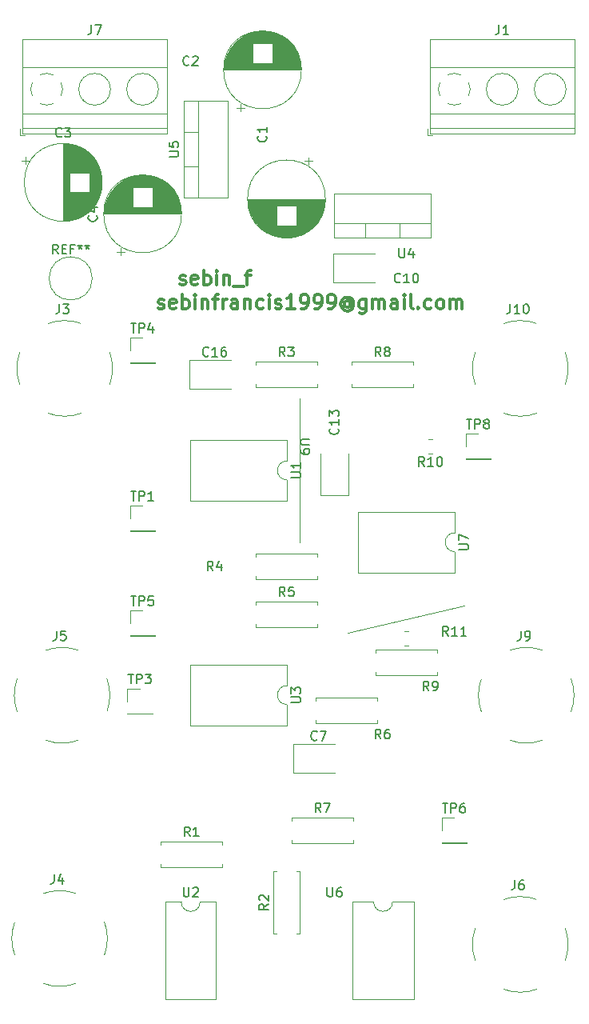
<source format=gbr>
%TF.GenerationSoftware,KiCad,Pcbnew,(6.0.9)*%
%TF.CreationDate,2023-04-20T10:48:31+05:30*%
%TF.ProjectId,CT_2.0.0,43545f32-2e30-42e3-902e-6b696361645f,rev?*%
%TF.SameCoordinates,Original*%
%TF.FileFunction,Legend,Top*%
%TF.FilePolarity,Positive*%
%FSLAX46Y46*%
G04 Gerber Fmt 4.6, Leading zero omitted, Abs format (unit mm)*
G04 Created by KiCad (PCBNEW (6.0.9)) date 2023-04-20 10:48:31*
%MOMM*%
%LPD*%
G01*
G04 APERTURE LIST*
%ADD10C,0.300000*%
%ADD11C,0.150000*%
%ADD12C,0.120000*%
G04 APERTURE END LIST*
D10*
X87997142Y-74267142D02*
X88140000Y-74338571D01*
X88425714Y-74338571D01*
X88568571Y-74267142D01*
X88640000Y-74124285D01*
X88640000Y-74052857D01*
X88568571Y-73910000D01*
X88425714Y-73838571D01*
X88211428Y-73838571D01*
X88068571Y-73767142D01*
X87997142Y-73624285D01*
X87997142Y-73552857D01*
X88068571Y-73410000D01*
X88211428Y-73338571D01*
X88425714Y-73338571D01*
X88568571Y-73410000D01*
X89854285Y-74267142D02*
X89711428Y-74338571D01*
X89425714Y-74338571D01*
X89282857Y-74267142D01*
X89211428Y-74124285D01*
X89211428Y-73552857D01*
X89282857Y-73410000D01*
X89425714Y-73338571D01*
X89711428Y-73338571D01*
X89854285Y-73410000D01*
X89925714Y-73552857D01*
X89925714Y-73695714D01*
X89211428Y-73838571D01*
X90568571Y-74338571D02*
X90568571Y-72838571D01*
X90568571Y-73410000D02*
X90711428Y-73338571D01*
X90997142Y-73338571D01*
X91140000Y-73410000D01*
X91211428Y-73481428D01*
X91282857Y-73624285D01*
X91282857Y-74052857D01*
X91211428Y-74195714D01*
X91140000Y-74267142D01*
X90997142Y-74338571D01*
X90711428Y-74338571D01*
X90568571Y-74267142D01*
X91925714Y-74338571D02*
X91925714Y-73338571D01*
X91925714Y-72838571D02*
X91854285Y-72910000D01*
X91925714Y-72981428D01*
X91997142Y-72910000D01*
X91925714Y-72838571D01*
X91925714Y-72981428D01*
X92640000Y-73338571D02*
X92640000Y-74338571D01*
X92640000Y-73481428D02*
X92711428Y-73410000D01*
X92854285Y-73338571D01*
X93068571Y-73338571D01*
X93211428Y-73410000D01*
X93282857Y-73552857D01*
X93282857Y-74338571D01*
X93782857Y-73338571D02*
X94354285Y-73338571D01*
X93997142Y-74338571D02*
X93997142Y-73052857D01*
X94068571Y-72910000D01*
X94211428Y-72838571D01*
X94354285Y-72838571D01*
X94854285Y-74338571D02*
X94854285Y-73338571D01*
X94854285Y-73624285D02*
X94925714Y-73481428D01*
X94997142Y-73410000D01*
X95140000Y-73338571D01*
X95282857Y-73338571D01*
X96425714Y-74338571D02*
X96425714Y-73552857D01*
X96354285Y-73410000D01*
X96211428Y-73338571D01*
X95925714Y-73338571D01*
X95782857Y-73410000D01*
X96425714Y-74267142D02*
X96282857Y-74338571D01*
X95925714Y-74338571D01*
X95782857Y-74267142D01*
X95711428Y-74124285D01*
X95711428Y-73981428D01*
X95782857Y-73838571D01*
X95925714Y-73767142D01*
X96282857Y-73767142D01*
X96425714Y-73695714D01*
X97140000Y-73338571D02*
X97140000Y-74338571D01*
X97140000Y-73481428D02*
X97211428Y-73410000D01*
X97354285Y-73338571D01*
X97568571Y-73338571D01*
X97711428Y-73410000D01*
X97782857Y-73552857D01*
X97782857Y-74338571D01*
X99140000Y-74267142D02*
X98997142Y-74338571D01*
X98711428Y-74338571D01*
X98568571Y-74267142D01*
X98497142Y-74195714D01*
X98425714Y-74052857D01*
X98425714Y-73624285D01*
X98497142Y-73481428D01*
X98568571Y-73410000D01*
X98711428Y-73338571D01*
X98997142Y-73338571D01*
X99140000Y-73410000D01*
X99782857Y-74338571D02*
X99782857Y-73338571D01*
X99782857Y-72838571D02*
X99711428Y-72910000D01*
X99782857Y-72981428D01*
X99854285Y-72910000D01*
X99782857Y-72838571D01*
X99782857Y-72981428D01*
X100425714Y-74267142D02*
X100568571Y-74338571D01*
X100854285Y-74338571D01*
X100997142Y-74267142D01*
X101068571Y-74124285D01*
X101068571Y-74052857D01*
X100997142Y-73910000D01*
X100854285Y-73838571D01*
X100640000Y-73838571D01*
X100497142Y-73767142D01*
X100425714Y-73624285D01*
X100425714Y-73552857D01*
X100497142Y-73410000D01*
X100640000Y-73338571D01*
X100854285Y-73338571D01*
X100997142Y-73410000D01*
X102497142Y-74338571D02*
X101640000Y-74338571D01*
X102068571Y-74338571D02*
X102068571Y-72838571D01*
X101925714Y-73052857D01*
X101782857Y-73195714D01*
X101640000Y-73267142D01*
X103211428Y-74338571D02*
X103497142Y-74338571D01*
X103640000Y-74267142D01*
X103711428Y-74195714D01*
X103854285Y-73981428D01*
X103925714Y-73695714D01*
X103925714Y-73124285D01*
X103854285Y-72981428D01*
X103782857Y-72910000D01*
X103640000Y-72838571D01*
X103354285Y-72838571D01*
X103211428Y-72910000D01*
X103140000Y-72981428D01*
X103068571Y-73124285D01*
X103068571Y-73481428D01*
X103140000Y-73624285D01*
X103211428Y-73695714D01*
X103354285Y-73767142D01*
X103640000Y-73767142D01*
X103782857Y-73695714D01*
X103854285Y-73624285D01*
X103925714Y-73481428D01*
X104640000Y-74338571D02*
X104925714Y-74338571D01*
X105068571Y-74267142D01*
X105140000Y-74195714D01*
X105282857Y-73981428D01*
X105354285Y-73695714D01*
X105354285Y-73124285D01*
X105282857Y-72981428D01*
X105211428Y-72910000D01*
X105068571Y-72838571D01*
X104782857Y-72838571D01*
X104640000Y-72910000D01*
X104568571Y-72981428D01*
X104497142Y-73124285D01*
X104497142Y-73481428D01*
X104568571Y-73624285D01*
X104640000Y-73695714D01*
X104782857Y-73767142D01*
X105068571Y-73767142D01*
X105211428Y-73695714D01*
X105282857Y-73624285D01*
X105354285Y-73481428D01*
X106068571Y-74338571D02*
X106354285Y-74338571D01*
X106497142Y-74267142D01*
X106568571Y-74195714D01*
X106711428Y-73981428D01*
X106782857Y-73695714D01*
X106782857Y-73124285D01*
X106711428Y-72981428D01*
X106640000Y-72910000D01*
X106497142Y-72838571D01*
X106211428Y-72838571D01*
X106068571Y-72910000D01*
X105997142Y-72981428D01*
X105925714Y-73124285D01*
X105925714Y-73481428D01*
X105997142Y-73624285D01*
X106068571Y-73695714D01*
X106211428Y-73767142D01*
X106497142Y-73767142D01*
X106640000Y-73695714D01*
X106711428Y-73624285D01*
X106782857Y-73481428D01*
X108354285Y-73624285D02*
X108282857Y-73552857D01*
X108140000Y-73481428D01*
X107997142Y-73481428D01*
X107854285Y-73552857D01*
X107782857Y-73624285D01*
X107711428Y-73767142D01*
X107711428Y-73910000D01*
X107782857Y-74052857D01*
X107854285Y-74124285D01*
X107997142Y-74195714D01*
X108140000Y-74195714D01*
X108282857Y-74124285D01*
X108354285Y-74052857D01*
X108354285Y-73481428D02*
X108354285Y-74052857D01*
X108425714Y-74124285D01*
X108497142Y-74124285D01*
X108640000Y-74052857D01*
X108711428Y-73910000D01*
X108711428Y-73552857D01*
X108568571Y-73338571D01*
X108354285Y-73195714D01*
X108068571Y-73124285D01*
X107782857Y-73195714D01*
X107568571Y-73338571D01*
X107425714Y-73552857D01*
X107354285Y-73838571D01*
X107425714Y-74124285D01*
X107568571Y-74338571D01*
X107782857Y-74481428D01*
X108068571Y-74552857D01*
X108354285Y-74481428D01*
X108568571Y-74338571D01*
X109997142Y-73338571D02*
X109997142Y-74552857D01*
X109925714Y-74695714D01*
X109854285Y-74767142D01*
X109711428Y-74838571D01*
X109497142Y-74838571D01*
X109354285Y-74767142D01*
X109997142Y-74267142D02*
X109854285Y-74338571D01*
X109568571Y-74338571D01*
X109425714Y-74267142D01*
X109354285Y-74195714D01*
X109282857Y-74052857D01*
X109282857Y-73624285D01*
X109354285Y-73481428D01*
X109425714Y-73410000D01*
X109568571Y-73338571D01*
X109854285Y-73338571D01*
X109997142Y-73410000D01*
X110711428Y-74338571D02*
X110711428Y-73338571D01*
X110711428Y-73481428D02*
X110782857Y-73410000D01*
X110925714Y-73338571D01*
X111140000Y-73338571D01*
X111282857Y-73410000D01*
X111354285Y-73552857D01*
X111354285Y-74338571D01*
X111354285Y-73552857D02*
X111425714Y-73410000D01*
X111568571Y-73338571D01*
X111782857Y-73338571D01*
X111925714Y-73410000D01*
X111997142Y-73552857D01*
X111997142Y-74338571D01*
X113354285Y-74338571D02*
X113354285Y-73552857D01*
X113282857Y-73410000D01*
X113140000Y-73338571D01*
X112854285Y-73338571D01*
X112711428Y-73410000D01*
X113354285Y-74267142D02*
X113211428Y-74338571D01*
X112854285Y-74338571D01*
X112711428Y-74267142D01*
X112640000Y-74124285D01*
X112640000Y-73981428D01*
X112711428Y-73838571D01*
X112854285Y-73767142D01*
X113211428Y-73767142D01*
X113354285Y-73695714D01*
X114068571Y-74338571D02*
X114068571Y-73338571D01*
X114068571Y-72838571D02*
X113997142Y-72910000D01*
X114068571Y-72981428D01*
X114140000Y-72910000D01*
X114068571Y-72838571D01*
X114068571Y-72981428D01*
X114997142Y-74338571D02*
X114854285Y-74267142D01*
X114782857Y-74124285D01*
X114782857Y-72838571D01*
X115568571Y-74195714D02*
X115640000Y-74267142D01*
X115568571Y-74338571D01*
X115497142Y-74267142D01*
X115568571Y-74195714D01*
X115568571Y-74338571D01*
X116925714Y-74267142D02*
X116782857Y-74338571D01*
X116497142Y-74338571D01*
X116354285Y-74267142D01*
X116282857Y-74195714D01*
X116211428Y-74052857D01*
X116211428Y-73624285D01*
X116282857Y-73481428D01*
X116354285Y-73410000D01*
X116497142Y-73338571D01*
X116782857Y-73338571D01*
X116925714Y-73410000D01*
X117782857Y-74338571D02*
X117640000Y-74267142D01*
X117568571Y-74195714D01*
X117497142Y-74052857D01*
X117497142Y-73624285D01*
X117568571Y-73481428D01*
X117640000Y-73410000D01*
X117782857Y-73338571D01*
X117997142Y-73338571D01*
X118140000Y-73410000D01*
X118211428Y-73481428D01*
X118282857Y-73624285D01*
X118282857Y-74052857D01*
X118211428Y-74195714D01*
X118140000Y-74267142D01*
X117997142Y-74338571D01*
X117782857Y-74338571D01*
X118925714Y-74338571D02*
X118925714Y-73338571D01*
X118925714Y-73481428D02*
X118997142Y-73410000D01*
X119140000Y-73338571D01*
X119354285Y-73338571D01*
X119497142Y-73410000D01*
X119568571Y-73552857D01*
X119568571Y-74338571D01*
X119568571Y-73552857D02*
X119640000Y-73410000D01*
X119782857Y-73338571D01*
X119997142Y-73338571D01*
X120140000Y-73410000D01*
X120211428Y-73552857D01*
X120211428Y-74338571D01*
X90301428Y-71727142D02*
X90444285Y-71798571D01*
X90730000Y-71798571D01*
X90872857Y-71727142D01*
X90944285Y-71584285D01*
X90944285Y-71512857D01*
X90872857Y-71370000D01*
X90730000Y-71298571D01*
X90515714Y-71298571D01*
X90372857Y-71227142D01*
X90301428Y-71084285D01*
X90301428Y-71012857D01*
X90372857Y-70870000D01*
X90515714Y-70798571D01*
X90730000Y-70798571D01*
X90872857Y-70870000D01*
X92158571Y-71727142D02*
X92015714Y-71798571D01*
X91730000Y-71798571D01*
X91587142Y-71727142D01*
X91515714Y-71584285D01*
X91515714Y-71012857D01*
X91587142Y-70870000D01*
X91730000Y-70798571D01*
X92015714Y-70798571D01*
X92158571Y-70870000D01*
X92230000Y-71012857D01*
X92230000Y-71155714D01*
X91515714Y-71298571D01*
X92872857Y-71798571D02*
X92872857Y-70298571D01*
X92872857Y-70870000D02*
X93015714Y-70798571D01*
X93301428Y-70798571D01*
X93444285Y-70870000D01*
X93515714Y-70941428D01*
X93587142Y-71084285D01*
X93587142Y-71512857D01*
X93515714Y-71655714D01*
X93444285Y-71727142D01*
X93301428Y-71798571D01*
X93015714Y-71798571D01*
X92872857Y-71727142D01*
X94230000Y-71798571D02*
X94230000Y-70798571D01*
X94230000Y-70298571D02*
X94158571Y-70370000D01*
X94230000Y-70441428D01*
X94301428Y-70370000D01*
X94230000Y-70298571D01*
X94230000Y-70441428D01*
X94944285Y-70798571D02*
X94944285Y-71798571D01*
X94944285Y-70941428D02*
X95015714Y-70870000D01*
X95158571Y-70798571D01*
X95372857Y-70798571D01*
X95515714Y-70870000D01*
X95587142Y-71012857D01*
X95587142Y-71798571D01*
X95944285Y-71941428D02*
X97087142Y-71941428D01*
X97230000Y-70798571D02*
X97801428Y-70798571D01*
X97444285Y-71798571D02*
X97444285Y-70512857D01*
X97515714Y-70370000D01*
X97658571Y-70298571D01*
X97801428Y-70298571D01*
D11*
%TO.C,J7*%
X80941666Y-44297380D02*
X80941666Y-45011666D01*
X80894047Y-45154523D01*
X80798809Y-45249761D01*
X80655952Y-45297380D01*
X80560714Y-45297380D01*
X81322619Y-44297380D02*
X81989285Y-44297380D01*
X81560714Y-45297380D01*
%TO.C,R7*%
X105243333Y-127622380D02*
X104910000Y-127146190D01*
X104671904Y-127622380D02*
X104671904Y-126622380D01*
X105052857Y-126622380D01*
X105148095Y-126670000D01*
X105195714Y-126717619D01*
X105243333Y-126812857D01*
X105243333Y-126955714D01*
X105195714Y-127050952D01*
X105148095Y-127098571D01*
X105052857Y-127146190D01*
X104671904Y-127146190D01*
X105576666Y-126622380D02*
X106243333Y-126622380D01*
X105814761Y-127622380D01*
%TO.C,R6*%
X111593333Y-119832380D02*
X111260000Y-119356190D01*
X111021904Y-119832380D02*
X111021904Y-118832380D01*
X111402857Y-118832380D01*
X111498095Y-118880000D01*
X111545714Y-118927619D01*
X111593333Y-119022857D01*
X111593333Y-119165714D01*
X111545714Y-119260952D01*
X111498095Y-119308571D01*
X111402857Y-119356190D01*
X111021904Y-119356190D01*
X112450476Y-118832380D02*
X112260000Y-118832380D01*
X112164761Y-118880000D01*
X112117142Y-118927619D01*
X112021904Y-119070476D01*
X111974285Y-119260952D01*
X111974285Y-119641904D01*
X112021904Y-119737142D01*
X112069523Y-119784761D01*
X112164761Y-119832380D01*
X112355238Y-119832380D01*
X112450476Y-119784761D01*
X112498095Y-119737142D01*
X112545714Y-119641904D01*
X112545714Y-119403809D01*
X112498095Y-119308571D01*
X112450476Y-119260952D01*
X112355238Y-119213333D01*
X112164761Y-119213333D01*
X112069523Y-119260952D01*
X112021904Y-119308571D01*
X111974285Y-119403809D01*
%TO.C,J5*%
X77241666Y-108442380D02*
X77241666Y-109156666D01*
X77194047Y-109299523D01*
X77098809Y-109394761D01*
X76955952Y-109442380D01*
X76860714Y-109442380D01*
X78194047Y-108442380D02*
X77717857Y-108442380D01*
X77670238Y-108918571D01*
X77717857Y-108870952D01*
X77813095Y-108823333D01*
X78051190Y-108823333D01*
X78146428Y-108870952D01*
X78194047Y-108918571D01*
X78241666Y-109013809D01*
X78241666Y-109251904D01*
X78194047Y-109347142D01*
X78146428Y-109394761D01*
X78051190Y-109442380D01*
X77813095Y-109442380D01*
X77717857Y-109394761D01*
X77670238Y-109347142D01*
%TO.C,R11*%
X118737142Y-108937380D02*
X118403809Y-108461190D01*
X118165714Y-108937380D02*
X118165714Y-107937380D01*
X118546666Y-107937380D01*
X118641904Y-107985000D01*
X118689523Y-108032619D01*
X118737142Y-108127857D01*
X118737142Y-108270714D01*
X118689523Y-108365952D01*
X118641904Y-108413571D01*
X118546666Y-108461190D01*
X118165714Y-108461190D01*
X119689523Y-108937380D02*
X119118095Y-108937380D01*
X119403809Y-108937380D02*
X119403809Y-107937380D01*
X119308571Y-108080238D01*
X119213333Y-108175476D01*
X119118095Y-108223095D01*
X120641904Y-108937380D02*
X120070476Y-108937380D01*
X120356190Y-108937380D02*
X120356190Y-107937380D01*
X120260952Y-108080238D01*
X120165714Y-108175476D01*
X120070476Y-108223095D01*
%TO.C,C3*%
X77783333Y-56067142D02*
X77735714Y-56114761D01*
X77592857Y-56162380D01*
X77497619Y-56162380D01*
X77354761Y-56114761D01*
X77259523Y-56019523D01*
X77211904Y-55924285D01*
X77164285Y-55733809D01*
X77164285Y-55590952D01*
X77211904Y-55400476D01*
X77259523Y-55305238D01*
X77354761Y-55210000D01*
X77497619Y-55162380D01*
X77592857Y-55162380D01*
X77735714Y-55210000D01*
X77783333Y-55257619D01*
X78116666Y-55162380D02*
X78735714Y-55162380D01*
X78402380Y-55543333D01*
X78545238Y-55543333D01*
X78640476Y-55590952D01*
X78688095Y-55638571D01*
X78735714Y-55733809D01*
X78735714Y-55971904D01*
X78688095Y-56067142D01*
X78640476Y-56114761D01*
X78545238Y-56162380D01*
X78259523Y-56162380D01*
X78164285Y-56114761D01*
X78116666Y-56067142D01*
%TO.C,C1*%
X99417142Y-56046666D02*
X99464761Y-56094285D01*
X99512380Y-56237142D01*
X99512380Y-56332380D01*
X99464761Y-56475238D01*
X99369523Y-56570476D01*
X99274285Y-56618095D01*
X99083809Y-56665714D01*
X98940952Y-56665714D01*
X98750476Y-56618095D01*
X98655238Y-56570476D01*
X98560000Y-56475238D01*
X98512380Y-56332380D01*
X98512380Y-56237142D01*
X98560000Y-56094285D01*
X98607619Y-56046666D01*
X99512380Y-55094285D02*
X99512380Y-55665714D01*
X99512380Y-55380000D02*
X98512380Y-55380000D01*
X98655238Y-55475238D01*
X98750476Y-55570476D01*
X98798095Y-55665714D01*
%TO.C,J4*%
X76978166Y-134182380D02*
X76978166Y-134896666D01*
X76930547Y-135039523D01*
X76835309Y-135134761D01*
X76692452Y-135182380D01*
X76597214Y-135182380D01*
X77882928Y-134515714D02*
X77882928Y-135182380D01*
X77644833Y-134134761D02*
X77406738Y-134849047D01*
X78025785Y-134849047D01*
%TO.C,R5*%
X101433333Y-104762380D02*
X101100000Y-104286190D01*
X100861904Y-104762380D02*
X100861904Y-103762380D01*
X101242857Y-103762380D01*
X101338095Y-103810000D01*
X101385714Y-103857619D01*
X101433333Y-103952857D01*
X101433333Y-104095714D01*
X101385714Y-104190952D01*
X101338095Y-104238571D01*
X101242857Y-104286190D01*
X100861904Y-104286190D01*
X102338095Y-103762380D02*
X101861904Y-103762380D01*
X101814285Y-104238571D01*
X101861904Y-104190952D01*
X101957142Y-104143333D01*
X102195238Y-104143333D01*
X102290476Y-104190952D01*
X102338095Y-104238571D01*
X102385714Y-104333809D01*
X102385714Y-104571904D01*
X102338095Y-104667142D01*
X102290476Y-104714761D01*
X102195238Y-104762380D01*
X101957142Y-104762380D01*
X101861904Y-104714761D01*
X101814285Y-104667142D01*
%TO.C,U9*%
X104047619Y-88138095D02*
X103238095Y-88138095D01*
X103142857Y-88185714D01*
X103095238Y-88233333D01*
X103047619Y-88328571D01*
X103047619Y-88519047D01*
X103095238Y-88614285D01*
X103142857Y-88661904D01*
X103238095Y-88709523D01*
X104047619Y-88709523D01*
X103047619Y-89233333D02*
X103047619Y-89423809D01*
X103095238Y-89519047D01*
X103142857Y-89566666D01*
X103285714Y-89661904D01*
X103476190Y-89709523D01*
X103857142Y-89709523D01*
X103952380Y-89661904D01*
X104000000Y-89614285D01*
X104047619Y-89519047D01*
X104047619Y-89328571D01*
X104000000Y-89233333D01*
X103952380Y-89185714D01*
X103857142Y-89138095D01*
X103619047Y-89138095D01*
X103523809Y-89185714D01*
X103476190Y-89233333D01*
X103428571Y-89328571D01*
X103428571Y-89519047D01*
X103476190Y-89614285D01*
X103523809Y-89661904D01*
X103619047Y-89709523D01*
%TO.C,C4*%
X81467142Y-64456666D02*
X81514761Y-64504285D01*
X81562380Y-64647142D01*
X81562380Y-64742380D01*
X81514761Y-64885238D01*
X81419523Y-64980476D01*
X81324285Y-65028095D01*
X81133809Y-65075714D01*
X80990952Y-65075714D01*
X80800476Y-65028095D01*
X80705238Y-64980476D01*
X80610000Y-64885238D01*
X80562380Y-64742380D01*
X80562380Y-64647142D01*
X80610000Y-64504285D01*
X80657619Y-64456666D01*
X80895714Y-63599523D02*
X81562380Y-63599523D01*
X80514761Y-63837619D02*
X81229047Y-64075714D01*
X81229047Y-63456666D01*
%TO.C,U1*%
X102102380Y-92206904D02*
X102911904Y-92206904D01*
X103007142Y-92159285D01*
X103054761Y-92111666D01*
X103102380Y-92016428D01*
X103102380Y-91825952D01*
X103054761Y-91730714D01*
X103007142Y-91683095D01*
X102911904Y-91635476D01*
X102102380Y-91635476D01*
X103102380Y-90635476D02*
X103102380Y-91206904D01*
X103102380Y-90921190D02*
X102102380Y-90921190D01*
X102245238Y-91016428D01*
X102340476Y-91111666D01*
X102388095Y-91206904D01*
%TO.C,C7*%
X104833333Y-119927142D02*
X104785714Y-119974761D01*
X104642857Y-120022380D01*
X104547619Y-120022380D01*
X104404761Y-119974761D01*
X104309523Y-119879523D01*
X104261904Y-119784285D01*
X104214285Y-119593809D01*
X104214285Y-119450952D01*
X104261904Y-119260476D01*
X104309523Y-119165238D01*
X104404761Y-119070000D01*
X104547619Y-119022380D01*
X104642857Y-119022380D01*
X104785714Y-119070000D01*
X104833333Y-119117619D01*
X105166666Y-119022380D02*
X105833333Y-119022380D01*
X105404761Y-120022380D01*
%TO.C,R9*%
X116673333Y-114752380D02*
X116340000Y-114276190D01*
X116101904Y-114752380D02*
X116101904Y-113752380D01*
X116482857Y-113752380D01*
X116578095Y-113800000D01*
X116625714Y-113847619D01*
X116673333Y-113942857D01*
X116673333Y-114085714D01*
X116625714Y-114180952D01*
X116578095Y-114228571D01*
X116482857Y-114276190D01*
X116101904Y-114276190D01*
X117149523Y-114752380D02*
X117340000Y-114752380D01*
X117435238Y-114704761D01*
X117482857Y-114657142D01*
X117578095Y-114514285D01*
X117625714Y-114323809D01*
X117625714Y-113942857D01*
X117578095Y-113847619D01*
X117530476Y-113800000D01*
X117435238Y-113752380D01*
X117244761Y-113752380D01*
X117149523Y-113800000D01*
X117101904Y-113847619D01*
X117054285Y-113942857D01*
X117054285Y-114180952D01*
X117101904Y-114276190D01*
X117149523Y-114323809D01*
X117244761Y-114371428D01*
X117435238Y-114371428D01*
X117530476Y-114323809D01*
X117578095Y-114276190D01*
X117625714Y-114180952D01*
%TO.C,C10*%
X113657142Y-71477142D02*
X113609523Y-71524761D01*
X113466666Y-71572380D01*
X113371428Y-71572380D01*
X113228571Y-71524761D01*
X113133333Y-71429523D01*
X113085714Y-71334285D01*
X113038095Y-71143809D01*
X113038095Y-71000952D01*
X113085714Y-70810476D01*
X113133333Y-70715238D01*
X113228571Y-70620000D01*
X113371428Y-70572380D01*
X113466666Y-70572380D01*
X113609523Y-70620000D01*
X113657142Y-70667619D01*
X114609523Y-71572380D02*
X114038095Y-71572380D01*
X114323809Y-71572380D02*
X114323809Y-70572380D01*
X114228571Y-70715238D01*
X114133333Y-70810476D01*
X114038095Y-70858095D01*
X115228571Y-70572380D02*
X115323809Y-70572380D01*
X115419047Y-70620000D01*
X115466666Y-70667619D01*
X115514285Y-70762857D01*
X115561904Y-70953333D01*
X115561904Y-71191428D01*
X115514285Y-71381904D01*
X115466666Y-71477142D01*
X115419047Y-71524761D01*
X115323809Y-71572380D01*
X115228571Y-71572380D01*
X115133333Y-71524761D01*
X115085714Y-71477142D01*
X115038095Y-71381904D01*
X114990476Y-71191428D01*
X114990476Y-70953333D01*
X115038095Y-70762857D01*
X115085714Y-70667619D01*
X115133333Y-70620000D01*
X115228571Y-70572380D01*
%TO.C,J3*%
X77521666Y-73847380D02*
X77521666Y-74561666D01*
X77474047Y-74704523D01*
X77378809Y-74799761D01*
X77235952Y-74847380D01*
X77140714Y-74847380D01*
X77902619Y-73847380D02*
X78521666Y-73847380D01*
X78188333Y-74228333D01*
X78331190Y-74228333D01*
X78426428Y-74275952D01*
X78474047Y-74323571D01*
X78521666Y-74418809D01*
X78521666Y-74656904D01*
X78474047Y-74752142D01*
X78426428Y-74799761D01*
X78331190Y-74847380D01*
X78045476Y-74847380D01*
X77950238Y-74799761D01*
X77902619Y-74752142D01*
%TO.C,U6*%
X105918095Y-135562380D02*
X105918095Y-136371904D01*
X105965714Y-136467142D01*
X106013333Y-136514761D01*
X106108571Y-136562380D01*
X106299047Y-136562380D01*
X106394285Y-136514761D01*
X106441904Y-136467142D01*
X106489523Y-136371904D01*
X106489523Y-135562380D01*
X107394285Y-135562380D02*
X107203809Y-135562380D01*
X107108571Y-135610000D01*
X107060952Y-135657619D01*
X106965714Y-135800476D01*
X106918095Y-135990952D01*
X106918095Y-136371904D01*
X106965714Y-136467142D01*
X107013333Y-136514761D01*
X107108571Y-136562380D01*
X107299047Y-136562380D01*
X107394285Y-136514761D01*
X107441904Y-136467142D01*
X107489523Y-136371904D01*
X107489523Y-136133809D01*
X107441904Y-136038571D01*
X107394285Y-135990952D01*
X107299047Y-135943333D01*
X107108571Y-135943333D01*
X107013333Y-135990952D01*
X106965714Y-136038571D01*
X106918095Y-136133809D01*
%TO.C,*%
%TO.C,J1*%
X124121666Y-44297380D02*
X124121666Y-45011666D01*
X124074047Y-45154523D01*
X123978809Y-45249761D01*
X123835952Y-45297380D01*
X123740714Y-45297380D01*
X125121666Y-45297380D02*
X124550238Y-45297380D01*
X124835952Y-45297380D02*
X124835952Y-44297380D01*
X124740714Y-44440238D01*
X124645476Y-44535476D01*
X124550238Y-44583095D01*
%TO.C,C13*%
X107037142Y-87002857D02*
X107084761Y-87050476D01*
X107132380Y-87193333D01*
X107132380Y-87288571D01*
X107084761Y-87431428D01*
X106989523Y-87526666D01*
X106894285Y-87574285D01*
X106703809Y-87621904D01*
X106560952Y-87621904D01*
X106370476Y-87574285D01*
X106275238Y-87526666D01*
X106180000Y-87431428D01*
X106132380Y-87288571D01*
X106132380Y-87193333D01*
X106180000Y-87050476D01*
X106227619Y-87002857D01*
X107132380Y-86050476D02*
X107132380Y-86621904D01*
X107132380Y-86336190D02*
X106132380Y-86336190D01*
X106275238Y-86431428D01*
X106370476Y-86526666D01*
X106418095Y-86621904D01*
X106132380Y-85717142D02*
X106132380Y-85098095D01*
X106513333Y-85431428D01*
X106513333Y-85288571D01*
X106560952Y-85193333D01*
X106608571Y-85145714D01*
X106703809Y-85098095D01*
X106941904Y-85098095D01*
X107037142Y-85145714D01*
X107084761Y-85193333D01*
X107132380Y-85288571D01*
X107132380Y-85574285D01*
X107084761Y-85669523D01*
X107037142Y-85717142D01*
%TO.C,U3*%
X102102380Y-115981904D02*
X102911904Y-115981904D01*
X103007142Y-115934285D01*
X103054761Y-115886666D01*
X103102380Y-115791428D01*
X103102380Y-115600952D01*
X103054761Y-115505714D01*
X103007142Y-115458095D01*
X102911904Y-115410476D01*
X102102380Y-115410476D01*
X102102380Y-115029523D02*
X102102380Y-114410476D01*
X102483333Y-114743809D01*
X102483333Y-114600952D01*
X102530952Y-114505714D01*
X102578571Y-114458095D01*
X102673809Y-114410476D01*
X102911904Y-114410476D01*
X103007142Y-114458095D01*
X103054761Y-114505714D01*
X103102380Y-114600952D01*
X103102380Y-114886666D01*
X103054761Y-114981904D01*
X103007142Y-115029523D01*
%TO.C,TP5*%
X85098095Y-104742380D02*
X85669523Y-104742380D01*
X85383809Y-105742380D02*
X85383809Y-104742380D01*
X86002857Y-105742380D02*
X86002857Y-104742380D01*
X86383809Y-104742380D01*
X86479047Y-104790000D01*
X86526666Y-104837619D01*
X86574285Y-104932857D01*
X86574285Y-105075714D01*
X86526666Y-105170952D01*
X86479047Y-105218571D01*
X86383809Y-105266190D01*
X86002857Y-105266190D01*
X87479047Y-104742380D02*
X87002857Y-104742380D01*
X86955238Y-105218571D01*
X87002857Y-105170952D01*
X87098095Y-105123333D01*
X87336190Y-105123333D01*
X87431428Y-105170952D01*
X87479047Y-105218571D01*
X87526666Y-105313809D01*
X87526666Y-105551904D01*
X87479047Y-105647142D01*
X87431428Y-105694761D01*
X87336190Y-105742380D01*
X87098095Y-105742380D01*
X87002857Y-105694761D01*
X86955238Y-105647142D01*
%TO.C,U7*%
X119882380Y-99801904D02*
X120691904Y-99801904D01*
X120787142Y-99754285D01*
X120834761Y-99706666D01*
X120882380Y-99611428D01*
X120882380Y-99420952D01*
X120834761Y-99325714D01*
X120787142Y-99278095D01*
X120691904Y-99230476D01*
X119882380Y-99230476D01*
X119882380Y-98849523D02*
X119882380Y-98182857D01*
X120882380Y-98611428D01*
%TO.C,TP1*%
X85098095Y-93642380D02*
X85669523Y-93642380D01*
X85383809Y-94642380D02*
X85383809Y-93642380D01*
X86002857Y-94642380D02*
X86002857Y-93642380D01*
X86383809Y-93642380D01*
X86479047Y-93690000D01*
X86526666Y-93737619D01*
X86574285Y-93832857D01*
X86574285Y-93975714D01*
X86526666Y-94070952D01*
X86479047Y-94118571D01*
X86383809Y-94166190D01*
X86002857Y-94166190D01*
X87526666Y-94642380D02*
X86955238Y-94642380D01*
X87240952Y-94642380D02*
X87240952Y-93642380D01*
X87145714Y-93785238D01*
X87050476Y-93880476D01*
X86955238Y-93928095D01*
%TO.C,J9*%
X126416666Y-108442380D02*
X126416666Y-109156666D01*
X126369047Y-109299523D01*
X126273809Y-109394761D01*
X126130952Y-109442380D01*
X126035714Y-109442380D01*
X126940476Y-109442380D02*
X127130952Y-109442380D01*
X127226190Y-109394761D01*
X127273809Y-109347142D01*
X127369047Y-109204285D01*
X127416666Y-109013809D01*
X127416666Y-108632857D01*
X127369047Y-108537619D01*
X127321428Y-108490000D01*
X127226190Y-108442380D01*
X127035714Y-108442380D01*
X126940476Y-108490000D01*
X126892857Y-108537619D01*
X126845238Y-108632857D01*
X126845238Y-108870952D01*
X126892857Y-108966190D01*
X126940476Y-109013809D01*
X127035714Y-109061428D01*
X127226190Y-109061428D01*
X127321428Y-109013809D01*
X127369047Y-108966190D01*
X127416666Y-108870952D01*
%TO.C,U2*%
X90688095Y-135562380D02*
X90688095Y-136371904D01*
X90735714Y-136467142D01*
X90783333Y-136514761D01*
X90878571Y-136562380D01*
X91069047Y-136562380D01*
X91164285Y-136514761D01*
X91211904Y-136467142D01*
X91259523Y-136371904D01*
X91259523Y-135562380D01*
X91688095Y-135657619D02*
X91735714Y-135610000D01*
X91830952Y-135562380D01*
X92069047Y-135562380D01*
X92164285Y-135610000D01*
X92211904Y-135657619D01*
X92259523Y-135752857D01*
X92259523Y-135848095D01*
X92211904Y-135990952D01*
X91640476Y-136562380D01*
X92259523Y-136562380D01*
%TO.C,R10*%
X116197142Y-91002380D02*
X115863809Y-90526190D01*
X115625714Y-91002380D02*
X115625714Y-90002380D01*
X116006666Y-90002380D01*
X116101904Y-90050000D01*
X116149523Y-90097619D01*
X116197142Y-90192857D01*
X116197142Y-90335714D01*
X116149523Y-90430952D01*
X116101904Y-90478571D01*
X116006666Y-90526190D01*
X115625714Y-90526190D01*
X117149523Y-91002380D02*
X116578095Y-91002380D01*
X116863809Y-91002380D02*
X116863809Y-90002380D01*
X116768571Y-90145238D01*
X116673333Y-90240476D01*
X116578095Y-90288095D01*
X117768571Y-90002380D02*
X117863809Y-90002380D01*
X117959047Y-90050000D01*
X118006666Y-90097619D01*
X118054285Y-90192857D01*
X118101904Y-90383333D01*
X118101904Y-90621428D01*
X118054285Y-90811904D01*
X118006666Y-90907142D01*
X117959047Y-90954761D01*
X117863809Y-91002380D01*
X117768571Y-91002380D01*
X117673333Y-90954761D01*
X117625714Y-90907142D01*
X117578095Y-90811904D01*
X117530476Y-90621428D01*
X117530476Y-90383333D01*
X117578095Y-90192857D01*
X117625714Y-90097619D01*
X117673333Y-90050000D01*
X117768571Y-90002380D01*
%TO.C,TP4*%
X85098095Y-75862380D02*
X85669523Y-75862380D01*
X85383809Y-76862380D02*
X85383809Y-75862380D01*
X86002857Y-76862380D02*
X86002857Y-75862380D01*
X86383809Y-75862380D01*
X86479047Y-75910000D01*
X86526666Y-75957619D01*
X86574285Y-76052857D01*
X86574285Y-76195714D01*
X86526666Y-76290952D01*
X86479047Y-76338571D01*
X86383809Y-76386190D01*
X86002857Y-76386190D01*
X87431428Y-76195714D02*
X87431428Y-76862380D01*
X87193333Y-75814761D02*
X86955238Y-76529047D01*
X87574285Y-76529047D01*
%TO.C,*%
%TO.C,R1*%
X91364833Y-130162380D02*
X91031500Y-129686190D01*
X90793404Y-130162380D02*
X90793404Y-129162380D01*
X91174357Y-129162380D01*
X91269595Y-129210000D01*
X91317214Y-129257619D01*
X91364833Y-129352857D01*
X91364833Y-129495714D01*
X91317214Y-129590952D01*
X91269595Y-129638571D01*
X91174357Y-129686190D01*
X90793404Y-129686190D01*
X92317214Y-130162380D02*
X91745785Y-130162380D01*
X92031500Y-130162380D02*
X92031500Y-129162380D01*
X91936261Y-129305238D01*
X91841023Y-129400476D01*
X91745785Y-129448095D01*
%TO.C,U4*%
X113538095Y-67942380D02*
X113538095Y-68751904D01*
X113585714Y-68847142D01*
X113633333Y-68894761D01*
X113728571Y-68942380D01*
X113919047Y-68942380D01*
X114014285Y-68894761D01*
X114061904Y-68847142D01*
X114109523Y-68751904D01*
X114109523Y-67942380D01*
X115014285Y-68275714D02*
X115014285Y-68942380D01*
X114776190Y-67894761D02*
X114538095Y-68609047D01*
X115157142Y-68609047D01*
%TO.C,R4*%
X93813333Y-102052380D02*
X93480000Y-101576190D01*
X93241904Y-102052380D02*
X93241904Y-101052380D01*
X93622857Y-101052380D01*
X93718095Y-101100000D01*
X93765714Y-101147619D01*
X93813333Y-101242857D01*
X93813333Y-101385714D01*
X93765714Y-101480952D01*
X93718095Y-101528571D01*
X93622857Y-101576190D01*
X93241904Y-101576190D01*
X94670476Y-101385714D02*
X94670476Y-102052380D01*
X94432380Y-101004761D02*
X94194285Y-101719047D01*
X94813333Y-101719047D01*
%TO.C,TP3*%
X84818095Y-112997380D02*
X85389523Y-112997380D01*
X85103809Y-113997380D02*
X85103809Y-112997380D01*
X85722857Y-113997380D02*
X85722857Y-112997380D01*
X86103809Y-112997380D01*
X86199047Y-113045000D01*
X86246666Y-113092619D01*
X86294285Y-113187857D01*
X86294285Y-113330714D01*
X86246666Y-113425952D01*
X86199047Y-113473571D01*
X86103809Y-113521190D01*
X85722857Y-113521190D01*
X86627619Y-112997380D02*
X87246666Y-112997380D01*
X86913333Y-113378333D01*
X87056190Y-113378333D01*
X87151428Y-113425952D01*
X87199047Y-113473571D01*
X87246666Y-113568809D01*
X87246666Y-113806904D01*
X87199047Y-113902142D01*
X87151428Y-113949761D01*
X87056190Y-113997380D01*
X86770476Y-113997380D01*
X86675238Y-113949761D01*
X86627619Y-113902142D01*
%TO.C,J10*%
X125305476Y-73847380D02*
X125305476Y-74561666D01*
X125257857Y-74704523D01*
X125162619Y-74799761D01*
X125019761Y-74847380D01*
X124924523Y-74847380D01*
X126305476Y-74847380D02*
X125734047Y-74847380D01*
X126019761Y-74847380D02*
X126019761Y-73847380D01*
X125924523Y-73990238D01*
X125829285Y-74085476D01*
X125734047Y-74133095D01*
X126924523Y-73847380D02*
X127019761Y-73847380D01*
X127115000Y-73895000D01*
X127162619Y-73942619D01*
X127210238Y-74037857D01*
X127257857Y-74228333D01*
X127257857Y-74466428D01*
X127210238Y-74656904D01*
X127162619Y-74752142D01*
X127115000Y-74799761D01*
X127019761Y-74847380D01*
X126924523Y-74847380D01*
X126829285Y-74799761D01*
X126781666Y-74752142D01*
X126734047Y-74656904D01*
X126686428Y-74466428D01*
X126686428Y-74228333D01*
X126734047Y-74037857D01*
X126781666Y-73942619D01*
X126829285Y-73895000D01*
X126924523Y-73847380D01*
%TO.C,R3*%
X101433333Y-79362380D02*
X101100000Y-78886190D01*
X100861904Y-79362380D02*
X100861904Y-78362380D01*
X101242857Y-78362380D01*
X101338095Y-78410000D01*
X101385714Y-78457619D01*
X101433333Y-78552857D01*
X101433333Y-78695714D01*
X101385714Y-78790952D01*
X101338095Y-78838571D01*
X101242857Y-78886190D01*
X100861904Y-78886190D01*
X101766666Y-78362380D02*
X102385714Y-78362380D01*
X102052380Y-78743333D01*
X102195238Y-78743333D01*
X102290476Y-78790952D01*
X102338095Y-78838571D01*
X102385714Y-78933809D01*
X102385714Y-79171904D01*
X102338095Y-79267142D01*
X102290476Y-79314761D01*
X102195238Y-79362380D01*
X101909523Y-79362380D01*
X101814285Y-79314761D01*
X101766666Y-79267142D01*
%TO.C,C16*%
X93337142Y-79287142D02*
X93289523Y-79334761D01*
X93146666Y-79382380D01*
X93051428Y-79382380D01*
X92908571Y-79334761D01*
X92813333Y-79239523D01*
X92765714Y-79144285D01*
X92718095Y-78953809D01*
X92718095Y-78810952D01*
X92765714Y-78620476D01*
X92813333Y-78525238D01*
X92908571Y-78430000D01*
X93051428Y-78382380D01*
X93146666Y-78382380D01*
X93289523Y-78430000D01*
X93337142Y-78477619D01*
X94289523Y-79382380D02*
X93718095Y-79382380D01*
X94003809Y-79382380D02*
X94003809Y-78382380D01*
X93908571Y-78525238D01*
X93813333Y-78620476D01*
X93718095Y-78668095D01*
X95146666Y-78382380D02*
X94956190Y-78382380D01*
X94860952Y-78430000D01*
X94813333Y-78477619D01*
X94718095Y-78620476D01*
X94670476Y-78810952D01*
X94670476Y-79191904D01*
X94718095Y-79287142D01*
X94765714Y-79334761D01*
X94860952Y-79382380D01*
X95051428Y-79382380D01*
X95146666Y-79334761D01*
X95194285Y-79287142D01*
X95241904Y-79191904D01*
X95241904Y-78953809D01*
X95194285Y-78858571D01*
X95146666Y-78810952D01*
X95051428Y-78763333D01*
X94860952Y-78763333D01*
X94765714Y-78810952D01*
X94718095Y-78858571D01*
X94670476Y-78953809D01*
%TO.C,TP6*%
X118118095Y-126662380D02*
X118689523Y-126662380D01*
X118403809Y-127662380D02*
X118403809Y-126662380D01*
X119022857Y-127662380D02*
X119022857Y-126662380D01*
X119403809Y-126662380D01*
X119499047Y-126710000D01*
X119546666Y-126757619D01*
X119594285Y-126852857D01*
X119594285Y-126995714D01*
X119546666Y-127090952D01*
X119499047Y-127138571D01*
X119403809Y-127186190D01*
X119022857Y-127186190D01*
X120451428Y-126662380D02*
X120260952Y-126662380D01*
X120165714Y-126710000D01*
X120118095Y-126757619D01*
X120022857Y-126900476D01*
X119975238Y-127090952D01*
X119975238Y-127471904D01*
X120022857Y-127567142D01*
X120070476Y-127614761D01*
X120165714Y-127662380D01*
X120356190Y-127662380D01*
X120451428Y-127614761D01*
X120499047Y-127567142D01*
X120546666Y-127471904D01*
X120546666Y-127233809D01*
X120499047Y-127138571D01*
X120451428Y-127090952D01*
X120356190Y-127043333D01*
X120165714Y-127043333D01*
X120070476Y-127090952D01*
X120022857Y-127138571D01*
X119975238Y-127233809D01*
%TO.C,REF\u002A\u002A*%
X77406666Y-68524380D02*
X77073333Y-68048190D01*
X76835238Y-68524380D02*
X76835238Y-67524380D01*
X77216190Y-67524380D01*
X77311428Y-67572000D01*
X77359047Y-67619619D01*
X77406666Y-67714857D01*
X77406666Y-67857714D01*
X77359047Y-67952952D01*
X77311428Y-68000571D01*
X77216190Y-68048190D01*
X76835238Y-68048190D01*
X77835238Y-68000571D02*
X78168571Y-68000571D01*
X78311428Y-68524380D02*
X77835238Y-68524380D01*
X77835238Y-67524380D01*
X78311428Y-67524380D01*
X79073333Y-68000571D02*
X78740000Y-68000571D01*
X78740000Y-68524380D02*
X78740000Y-67524380D01*
X79216190Y-67524380D01*
X79740000Y-67524380D02*
X79740000Y-67762476D01*
X79501904Y-67667238D02*
X79740000Y-67762476D01*
X79978095Y-67667238D01*
X79597142Y-67952952D02*
X79740000Y-67762476D01*
X79882857Y-67952952D01*
X80501904Y-67524380D02*
X80501904Y-67762476D01*
X80263809Y-67667238D02*
X80501904Y-67762476D01*
X80740000Y-67667238D01*
X80359047Y-67952952D02*
X80501904Y-67762476D01*
X80644761Y-67952952D01*
%TO.C,*%
%TO.C,R8*%
X111593333Y-79362380D02*
X111260000Y-78886190D01*
X111021904Y-79362380D02*
X111021904Y-78362380D01*
X111402857Y-78362380D01*
X111498095Y-78410000D01*
X111545714Y-78457619D01*
X111593333Y-78552857D01*
X111593333Y-78695714D01*
X111545714Y-78790952D01*
X111498095Y-78838571D01*
X111402857Y-78886190D01*
X111021904Y-78886190D01*
X112164761Y-78790952D02*
X112069523Y-78743333D01*
X112021904Y-78695714D01*
X111974285Y-78600476D01*
X111974285Y-78552857D01*
X112021904Y-78457619D01*
X112069523Y-78410000D01*
X112164761Y-78362380D01*
X112355238Y-78362380D01*
X112450476Y-78410000D01*
X112498095Y-78457619D01*
X112545714Y-78552857D01*
X112545714Y-78600476D01*
X112498095Y-78695714D01*
X112450476Y-78743333D01*
X112355238Y-78790952D01*
X112164761Y-78790952D01*
X112069523Y-78838571D01*
X112021904Y-78886190D01*
X111974285Y-78981428D01*
X111974285Y-79171904D01*
X112021904Y-79267142D01*
X112069523Y-79314761D01*
X112164761Y-79362380D01*
X112355238Y-79362380D01*
X112450476Y-79314761D01*
X112498095Y-79267142D01*
X112545714Y-79171904D01*
X112545714Y-78981428D01*
X112498095Y-78886190D01*
X112450476Y-78838571D01*
X112355238Y-78790952D01*
%TO.C,J6*%
X125781666Y-134807380D02*
X125781666Y-135521666D01*
X125734047Y-135664523D01*
X125638809Y-135759761D01*
X125495952Y-135807380D01*
X125400714Y-135807380D01*
X126686428Y-134807380D02*
X126495952Y-134807380D01*
X126400714Y-134855000D01*
X126353095Y-134902619D01*
X126257857Y-135045476D01*
X126210238Y-135235952D01*
X126210238Y-135616904D01*
X126257857Y-135712142D01*
X126305476Y-135759761D01*
X126400714Y-135807380D01*
X126591190Y-135807380D01*
X126686428Y-135759761D01*
X126734047Y-135712142D01*
X126781666Y-135616904D01*
X126781666Y-135378809D01*
X126734047Y-135283571D01*
X126686428Y-135235952D01*
X126591190Y-135188333D01*
X126400714Y-135188333D01*
X126305476Y-135235952D01*
X126257857Y-135283571D01*
X126210238Y-135378809D01*
%TO.C,R2*%
X99682380Y-137326666D02*
X99206190Y-137660000D01*
X99682380Y-137898095D02*
X98682380Y-137898095D01*
X98682380Y-137517142D01*
X98730000Y-137421904D01*
X98777619Y-137374285D01*
X98872857Y-137326666D01*
X99015714Y-137326666D01*
X99110952Y-137374285D01*
X99158571Y-137421904D01*
X99206190Y-137517142D01*
X99206190Y-137898095D01*
X98777619Y-136945714D02*
X98730000Y-136898095D01*
X98682380Y-136802857D01*
X98682380Y-136564761D01*
X98730000Y-136469523D01*
X98777619Y-136421904D01*
X98872857Y-136374285D01*
X98968095Y-136374285D01*
X99110952Y-136421904D01*
X99682380Y-136993333D01*
X99682380Y-136374285D01*
%TO.C,U5*%
X89162380Y-58221904D02*
X89971904Y-58221904D01*
X90067142Y-58174285D01*
X90114761Y-58126666D01*
X90162380Y-58031428D01*
X90162380Y-57840952D01*
X90114761Y-57745714D01*
X90067142Y-57698095D01*
X89971904Y-57650476D01*
X89162380Y-57650476D01*
X89162380Y-56698095D02*
X89162380Y-57174285D01*
X89638571Y-57221904D01*
X89590952Y-57174285D01*
X89543333Y-57079047D01*
X89543333Y-56840952D01*
X89590952Y-56745714D01*
X89638571Y-56698095D01*
X89733809Y-56650476D01*
X89971904Y-56650476D01*
X90067142Y-56698095D01*
X90114761Y-56745714D01*
X90162380Y-56840952D01*
X90162380Y-57079047D01*
X90114761Y-57174285D01*
X90067142Y-57221904D01*
%TO.C,TP8*%
X120658095Y-86022380D02*
X121229523Y-86022380D01*
X120943809Y-87022380D02*
X120943809Y-86022380D01*
X121562857Y-87022380D02*
X121562857Y-86022380D01*
X121943809Y-86022380D01*
X122039047Y-86070000D01*
X122086666Y-86117619D01*
X122134285Y-86212857D01*
X122134285Y-86355714D01*
X122086666Y-86450952D01*
X122039047Y-86498571D01*
X121943809Y-86546190D01*
X121562857Y-86546190D01*
X122705714Y-86450952D02*
X122610476Y-86403333D01*
X122562857Y-86355714D01*
X122515238Y-86260476D01*
X122515238Y-86212857D01*
X122562857Y-86117619D01*
X122610476Y-86070000D01*
X122705714Y-86022380D01*
X122896190Y-86022380D01*
X122991428Y-86070000D01*
X123039047Y-86117619D01*
X123086666Y-86212857D01*
X123086666Y-86260476D01*
X123039047Y-86355714D01*
X122991428Y-86403333D01*
X122896190Y-86450952D01*
X122705714Y-86450952D01*
X122610476Y-86498571D01*
X122562857Y-86546190D01*
X122515238Y-86641428D01*
X122515238Y-86831904D01*
X122562857Y-86927142D01*
X122610476Y-86974761D01*
X122705714Y-87022380D01*
X122896190Y-87022380D01*
X122991428Y-86974761D01*
X123039047Y-86927142D01*
X123086666Y-86831904D01*
X123086666Y-86641428D01*
X123039047Y-86546190D01*
X122991428Y-86498571D01*
X122896190Y-86450952D01*
%TO.C,C2*%
X91273333Y-48486142D02*
X91225714Y-48533761D01*
X91082857Y-48581380D01*
X90987619Y-48581380D01*
X90844761Y-48533761D01*
X90749523Y-48438523D01*
X90701904Y-48343285D01*
X90654285Y-48152809D01*
X90654285Y-48009952D01*
X90701904Y-47819476D01*
X90749523Y-47724238D01*
X90844761Y-47629000D01*
X90987619Y-47581380D01*
X91082857Y-47581380D01*
X91225714Y-47629000D01*
X91273333Y-47676619D01*
X91654285Y-47676619D02*
X91701904Y-47629000D01*
X91797142Y-47581380D01*
X92035238Y-47581380D01*
X92130476Y-47629000D01*
X92178095Y-47676619D01*
X92225714Y-47771857D01*
X92225714Y-47867095D01*
X92178095Y-48009952D01*
X91606666Y-48581380D01*
X92225714Y-48581380D01*
D12*
%TO.C,J7*%
X87630000Y-50036000D02*
X87583000Y-50082000D01*
X85128000Y-52128000D02*
X85081000Y-52174000D01*
X80048000Y-52128000D02*
X80001000Y-52174000D01*
X85321000Y-52344000D02*
X85286000Y-52379000D01*
X88955000Y-45844000D02*
X88955000Y-55765000D01*
X73595000Y-45844000D02*
X73595000Y-55765000D01*
X73595000Y-45844000D02*
X88955000Y-45844000D01*
X73355000Y-55265000D02*
X73355000Y-56005000D01*
X80241000Y-52344000D02*
X80206000Y-52379000D01*
X73595000Y-55205000D02*
X88955000Y-55205000D01*
X87425000Y-49830000D02*
X87390000Y-49866000D01*
X82550000Y-50036000D02*
X82503000Y-50082000D01*
X73595000Y-48804000D02*
X88955000Y-48804000D01*
X73355000Y-56005000D02*
X73855000Y-56005000D01*
X73595000Y-53705000D02*
X88955000Y-53705000D01*
X82345000Y-49830000D02*
X82310000Y-49866000D01*
X73595000Y-55765000D02*
X88955000Y-55765000D01*
X77730001Y-51789000D02*
G75*
G03*
X77730427Y-50421958I-1535001J684000D01*
G01*
X74660000Y-50421000D02*
G75*
G03*
X74659573Y-51788042I1534993J-684001D01*
G01*
X76195000Y-52785000D02*
G75*
G03*
X76878318Y-52639756I0J1680000D01*
G01*
X76879000Y-49570000D02*
G75*
G03*
X75511958Y-49569573I-684001J-1534993D01*
G01*
X75511000Y-52640000D02*
G75*
G03*
X76223805Y-52785253I683999J1535001D01*
G01*
X88035000Y-51105000D02*
G75*
G03*
X88035000Y-51105000I-1680000J0D01*
G01*
X82955000Y-51105000D02*
G75*
G03*
X82955000Y-51105000I-1680000J0D01*
G01*
%TO.C,R7*%
X102140000Y-130580000D02*
X102140000Y-130910000D01*
X102140000Y-128170000D02*
X108680000Y-128170000D01*
X102140000Y-130910000D02*
X108680000Y-130910000D01*
X102140000Y-128500000D02*
X102140000Y-128170000D01*
X108680000Y-130910000D02*
X108680000Y-130580000D01*
X108680000Y-128170000D02*
X108680000Y-128500000D01*
%TO.C,R6*%
X111220000Y-118210000D02*
X111220000Y-117880000D01*
X104680000Y-117880000D02*
X104680000Y-118210000D01*
X104680000Y-115470000D02*
X111220000Y-115470000D01*
X104680000Y-118210000D02*
X111220000Y-118210000D01*
X104680000Y-115800000D02*
X104680000Y-115470000D01*
X111220000Y-115470000D02*
X111220000Y-115800000D01*
%TO.C,J5*%
X82588589Y-116952663D02*
G75*
G03*
X82575000Y-113490000I-4763589J1712663D01*
G01*
X73061411Y-113527337D02*
G75*
G03*
X73075000Y-116990000I4763588J-1712664D01*
G01*
X79537663Y-110476411D02*
G75*
G03*
X76075000Y-110490000I-1712664J-4763588D01*
G01*
X76112337Y-120003589D02*
G75*
G03*
X79575000Y-119990000I1712663J4763589D01*
G01*
%TO.C,R11*%
X114072936Y-109955000D02*
X114527064Y-109955000D01*
X114072936Y-108485000D02*
X114527064Y-108485000D01*
%TO.C,C3*%
X78991000Y-62000000D02*
X78991000Y-64907000D01*
X81551000Y-58996000D02*
X81551000Y-62924000D01*
X81631000Y-59147000D02*
X81631000Y-62773000D01*
X80151000Y-62000000D02*
X80151000Y-64404000D01*
X81991000Y-60192000D02*
X81991000Y-61728000D01*
X79231000Y-62000000D02*
X79231000Y-64837000D01*
X78270000Y-56892000D02*
X78270000Y-65028000D01*
X80071000Y-62000000D02*
X80071000Y-64453000D01*
X78791000Y-56966000D02*
X78791000Y-59920000D01*
X79351000Y-62000000D02*
X79351000Y-64795000D01*
X78711000Y-56950000D02*
X78711000Y-59920000D01*
X80311000Y-62000000D02*
X80311000Y-64298000D01*
X79511000Y-62000000D02*
X79511000Y-64734000D01*
X80831000Y-58053000D02*
X80831000Y-63867000D01*
X79911000Y-57376000D02*
X79911000Y-59920000D01*
X78991000Y-57013000D02*
X78991000Y-59920000D01*
X78831000Y-62000000D02*
X78831000Y-64945000D01*
X79551000Y-57203000D02*
X79551000Y-59920000D01*
X81351000Y-58673000D02*
X81351000Y-63247000D01*
X79071000Y-57035000D02*
X79071000Y-59920000D01*
X81511000Y-58926000D02*
X81511000Y-62994000D01*
X80711000Y-57941000D02*
X80711000Y-59920000D01*
X80551000Y-62000000D02*
X80551000Y-64116000D01*
X80951000Y-58176000D02*
X80951000Y-63744000D01*
X79871000Y-57354000D02*
X79871000Y-59920000D01*
X80271000Y-62000000D02*
X80271000Y-64325000D01*
X80191000Y-57542000D02*
X80191000Y-59920000D01*
X78350000Y-56899000D02*
X78350000Y-65021000D01*
X80431000Y-62000000D02*
X80431000Y-64210000D01*
X78470000Y-56912000D02*
X78470000Y-65008000D01*
X81951000Y-60012000D02*
X81951000Y-61908000D01*
X81911000Y-59862000D02*
X81911000Y-62058000D01*
X79431000Y-57155000D02*
X79431000Y-59920000D01*
X80511000Y-57771000D02*
X80511000Y-59920000D01*
X79791000Y-57313000D02*
X79791000Y-59920000D01*
X78711000Y-62000000D02*
X78711000Y-64970000D01*
X80591000Y-57836000D02*
X80591000Y-59920000D01*
X80191000Y-62000000D02*
X80191000Y-64378000D01*
X79831000Y-57333000D02*
X79831000Y-59920000D01*
X79311000Y-57110000D02*
X79311000Y-59920000D01*
X79591000Y-62000000D02*
X79591000Y-64700000D01*
X79391000Y-57139000D02*
X79391000Y-59920000D01*
X78150000Y-56884000D02*
X78150000Y-65036000D01*
X80551000Y-57804000D02*
X80551000Y-59920000D01*
X80351000Y-57651000D02*
X80351000Y-59920000D01*
X80751000Y-57977000D02*
X80751000Y-63943000D01*
X73940302Y-58245000D02*
X73940302Y-59045000D01*
X79271000Y-62000000D02*
X79271000Y-64823000D01*
X80271000Y-57595000D02*
X80271000Y-59920000D01*
X80111000Y-57491000D02*
X80111000Y-59920000D01*
X78550000Y-56923000D02*
X78550000Y-64997000D01*
X81791000Y-59507000D02*
X81791000Y-62413000D01*
X79271000Y-57097000D02*
X79271000Y-59920000D01*
X81471000Y-58858000D02*
X81471000Y-63062000D01*
X78630000Y-56936000D02*
X78630000Y-64984000D01*
X81591000Y-59070000D02*
X81591000Y-62850000D01*
X79991000Y-57420000D02*
X79991000Y-59920000D01*
X78390000Y-56903000D02*
X78390000Y-65017000D01*
X79791000Y-62000000D02*
X79791000Y-64607000D01*
X78831000Y-56975000D02*
X78831000Y-59920000D01*
X78671000Y-56943000D02*
X78671000Y-59920000D01*
X80031000Y-57443000D02*
X80031000Y-59920000D01*
X79151000Y-57058000D02*
X79151000Y-59920000D01*
X79711000Y-62000000D02*
X79711000Y-64646000D01*
X81031000Y-58263000D02*
X81031000Y-63657000D01*
X79151000Y-62000000D02*
X79151000Y-64862000D01*
X79951000Y-57398000D02*
X79951000Y-59920000D01*
X79471000Y-57170000D02*
X79471000Y-59920000D01*
X81151000Y-58404000D02*
X81151000Y-63516000D01*
X80471000Y-62000000D02*
X80471000Y-64180000D01*
X80471000Y-57740000D02*
X80471000Y-59920000D01*
X80631000Y-57870000D02*
X80631000Y-59920000D01*
X80911000Y-58134000D02*
X80911000Y-63786000D01*
X79751000Y-57294000D02*
X79751000Y-59920000D01*
X80871000Y-58093000D02*
X80871000Y-63827000D01*
X79631000Y-57238000D02*
X79631000Y-59920000D01*
X81711000Y-59315000D02*
X81711000Y-62605000D01*
X80231000Y-62000000D02*
X80231000Y-64352000D01*
X79111000Y-62000000D02*
X79111000Y-64874000D01*
X78911000Y-56993000D02*
X78911000Y-59920000D01*
X80671000Y-62000000D02*
X80671000Y-64015000D01*
X81871000Y-59731000D02*
X81871000Y-62189000D01*
X80631000Y-62000000D02*
X80631000Y-64050000D01*
X79311000Y-62000000D02*
X79311000Y-64810000D01*
X78911000Y-62000000D02*
X78911000Y-64927000D01*
X81831000Y-59614000D02*
X81831000Y-62306000D01*
X80991000Y-58219000D02*
X80991000Y-63701000D01*
X80311000Y-57622000D02*
X80311000Y-59920000D01*
X78310000Y-56895000D02*
X78310000Y-65025000D01*
X79431000Y-62000000D02*
X79431000Y-64765000D01*
X79831000Y-62000000D02*
X79831000Y-64587000D01*
X80711000Y-62000000D02*
X80711000Y-63979000D01*
X79671000Y-62000000D02*
X79671000Y-64664000D01*
X81071000Y-58309000D02*
X81071000Y-63611000D01*
X78590000Y-56930000D02*
X78590000Y-64990000D01*
X81671000Y-59229000D02*
X81671000Y-62691000D01*
X79551000Y-62000000D02*
X79551000Y-64717000D01*
X81751000Y-59408000D02*
X81751000Y-62512000D01*
X78951000Y-57003000D02*
X78951000Y-59920000D01*
X78110000Y-56883000D02*
X78110000Y-65037000D01*
X79191000Y-62000000D02*
X79191000Y-64849000D01*
X80591000Y-62000000D02*
X80591000Y-64084000D01*
X79071000Y-62000000D02*
X79071000Y-64885000D01*
X80431000Y-57710000D02*
X80431000Y-59920000D01*
X79111000Y-57046000D02*
X79111000Y-59920000D01*
X78190000Y-56886000D02*
X78190000Y-65034000D01*
X80351000Y-62000000D02*
X80351000Y-64269000D01*
X78430000Y-56908000D02*
X78430000Y-65012000D01*
X81191000Y-58455000D02*
X81191000Y-63465000D01*
X78671000Y-62000000D02*
X78671000Y-64977000D01*
X77950000Y-56880000D02*
X77950000Y-65040000D01*
X79191000Y-57071000D02*
X79191000Y-59920000D01*
X80391000Y-62000000D02*
X80391000Y-64240000D01*
X80151000Y-57516000D02*
X80151000Y-59920000D01*
X81231000Y-58506000D02*
X81231000Y-63414000D01*
X79671000Y-57256000D02*
X79671000Y-59920000D01*
X79631000Y-62000000D02*
X79631000Y-64682000D01*
X82031000Y-60427000D02*
X82031000Y-61493000D01*
X79231000Y-57083000D02*
X79231000Y-59920000D01*
X81391000Y-58732000D02*
X81391000Y-63188000D01*
X81311000Y-58615000D02*
X81311000Y-63305000D01*
X78751000Y-62000000D02*
X78751000Y-64962000D01*
X78751000Y-56958000D02*
X78751000Y-59920000D01*
X79951000Y-62000000D02*
X79951000Y-64522000D01*
X79471000Y-62000000D02*
X79471000Y-64750000D01*
X80111000Y-62000000D02*
X80111000Y-64429000D01*
X79031000Y-62000000D02*
X79031000Y-64896000D01*
X79911000Y-62000000D02*
X79911000Y-64544000D01*
X81271000Y-58560000D02*
X81271000Y-63360000D01*
X78030000Y-56880000D02*
X78030000Y-65040000D01*
X80071000Y-57467000D02*
X80071000Y-59920000D01*
X79351000Y-57125000D02*
X79351000Y-59920000D01*
X78230000Y-56889000D02*
X78230000Y-65031000D01*
X78791000Y-62000000D02*
X78791000Y-64954000D01*
X78871000Y-62000000D02*
X78871000Y-64936000D01*
X78510000Y-56918000D02*
X78510000Y-65002000D01*
X80671000Y-57905000D02*
X80671000Y-59920000D01*
X79991000Y-62000000D02*
X79991000Y-64500000D01*
X79591000Y-57220000D02*
X79591000Y-59920000D01*
X81431000Y-58794000D02*
X81431000Y-63126000D01*
X79711000Y-57274000D02*
X79711000Y-59920000D01*
X80511000Y-62000000D02*
X80511000Y-64149000D01*
X78871000Y-56984000D02*
X78871000Y-59920000D01*
X79511000Y-57186000D02*
X79511000Y-59920000D01*
X80791000Y-58015000D02*
X80791000Y-63905000D01*
X80031000Y-62000000D02*
X80031000Y-64477000D01*
X78070000Y-56881000D02*
X78070000Y-65039000D01*
X79391000Y-62000000D02*
X79391000Y-64781000D01*
X80391000Y-57680000D02*
X80391000Y-59920000D01*
X73540302Y-58645000D02*
X74340302Y-58645000D01*
X81111000Y-58356000D02*
X81111000Y-63564000D01*
X79031000Y-57024000D02*
X79031000Y-59920000D01*
X78951000Y-62000000D02*
X78951000Y-64917000D01*
X79751000Y-62000000D02*
X79751000Y-64626000D01*
X77990000Y-56880000D02*
X77990000Y-65040000D01*
X80231000Y-57568000D02*
X80231000Y-59920000D01*
X79871000Y-62000000D02*
X79871000Y-64566000D01*
X82070000Y-60960000D02*
G75*
G03*
X82070000Y-60960000I-4120000J0D01*
G01*
%TO.C,C1*%
X105671000Y-62990000D02*
X97529000Y-62990000D01*
X105680000Y-62790000D02*
X97520000Y-62790000D01*
X104507000Y-65591000D02*
X98693000Y-65591000D01*
X100560000Y-64111000D02*
X97765000Y-64111000D01*
X105679000Y-62830000D02*
X97521000Y-62830000D01*
X100560000Y-65231000D02*
X98380000Y-65231000D01*
X103766000Y-66191000D02*
X99434000Y-66191000D01*
X100560000Y-63591000D02*
X97615000Y-63591000D01*
X105630000Y-63350000D02*
X97570000Y-63350000D01*
X100560000Y-65191000D02*
X98350000Y-65191000D01*
X104756000Y-65311000D02*
X102640000Y-65311000D01*
X100560000Y-64351000D02*
X97860000Y-64351000D01*
X104850000Y-65191000D02*
X102640000Y-65191000D01*
X105421000Y-64151000D02*
X102640000Y-64151000D01*
X100560000Y-64591000D02*
X97973000Y-64591000D01*
X104690000Y-65391000D02*
X102640000Y-65391000D01*
X100560000Y-64551000D02*
X97953000Y-64551000D01*
X100560000Y-64711000D02*
X98038000Y-64711000D01*
X105680000Y-62710000D02*
X97520000Y-62710000D01*
X100560000Y-65351000D02*
X98476000Y-65351000D01*
X100560000Y-63791000D02*
X97664000Y-63791000D01*
X105585000Y-63591000D02*
X102640000Y-63591000D01*
X102368000Y-66751000D02*
X100832000Y-66751000D01*
X103828000Y-66151000D02*
X99372000Y-66151000D01*
X100560000Y-63431000D02*
X97583000Y-63431000D01*
X105677000Y-62870000D02*
X97523000Y-62870000D01*
X105304000Y-64431000D02*
X102640000Y-64431000D01*
X103887000Y-66111000D02*
X99313000Y-66111000D01*
X100560000Y-64951000D02*
X98182000Y-64951000D01*
X100560000Y-64831000D02*
X98107000Y-64831000D01*
X105547000Y-63751000D02*
X102640000Y-63751000D01*
X105489000Y-63951000D02*
X102640000Y-63951000D01*
X105661000Y-63110000D02*
X97539000Y-63110000D01*
X104467000Y-65631000D02*
X98733000Y-65631000D01*
X100560000Y-64911000D02*
X98156000Y-64911000D01*
X102946000Y-66591000D02*
X100254000Y-66591000D01*
X100560000Y-64271000D02*
X97826000Y-64271000D01*
X105514000Y-63871000D02*
X102640000Y-63871000D01*
X105668000Y-63030000D02*
X97532000Y-63030000D01*
X105610000Y-63471000D02*
X102640000Y-63471000D01*
X104820000Y-65231000D02*
X102640000Y-65231000D01*
X104105000Y-65951000D02*
X99095000Y-65951000D01*
X103245000Y-66471000D02*
X99955000Y-66471000D01*
X100560000Y-63911000D02*
X97698000Y-63911000D01*
X100560000Y-64511000D02*
X97934000Y-64511000D01*
X105044000Y-64911000D02*
X102640000Y-64911000D01*
X103152000Y-66511000D02*
X100048000Y-66511000D01*
X100560000Y-65311000D02*
X98444000Y-65311000D01*
X100560000Y-63991000D02*
X97723000Y-63991000D01*
X104000000Y-66031000D02*
X99200000Y-66031000D01*
X100560000Y-63831000D02*
X97675000Y-63831000D01*
X100560000Y-64191000D02*
X97795000Y-64191000D01*
X105450000Y-64071000D02*
X102640000Y-64071000D01*
X104909000Y-65111000D02*
X102640000Y-65111000D01*
X105435000Y-64111000D02*
X102640000Y-64111000D01*
X105637000Y-63310000D02*
X97563000Y-63310000D01*
X105477000Y-63991000D02*
X102640000Y-63991000D01*
X103564000Y-66311000D02*
X99636000Y-66311000D01*
X105206000Y-64631000D02*
X102640000Y-64631000D01*
X105286000Y-64471000D02*
X102640000Y-64471000D01*
X105657000Y-63150000D02*
X97543000Y-63150000D01*
X104965000Y-65031000D02*
X102640000Y-65031000D01*
X104789000Y-65271000D02*
X102640000Y-65271000D01*
X104297000Y-65791000D02*
X98903000Y-65791000D01*
X100560000Y-64871000D02*
X98131000Y-64871000D01*
X100560000Y-63671000D02*
X97633000Y-63671000D01*
X103915000Y-58300302D02*
X103915000Y-59100302D01*
X103053000Y-66551000D02*
X100147000Y-66551000D01*
X105117000Y-64791000D02*
X102640000Y-64791000D01*
X102698000Y-66671000D02*
X100502000Y-66671000D01*
X103945000Y-66071000D02*
X99255000Y-66071000D01*
X100560000Y-64231000D02*
X97810000Y-64231000D01*
X105665000Y-63070000D02*
X97535000Y-63070000D01*
X105567000Y-63671000D02*
X102640000Y-63671000D01*
X100560000Y-63631000D02*
X97624000Y-63631000D01*
X104545000Y-65551000D02*
X98655000Y-65551000D01*
X105525000Y-63831000D02*
X102640000Y-63831000D01*
X104880000Y-65151000D02*
X102640000Y-65151000D01*
X102133000Y-66791000D02*
X101067000Y-66791000D01*
X100560000Y-64471000D02*
X97914000Y-64471000D01*
X100560000Y-64391000D02*
X97878000Y-64391000D01*
X105676000Y-62910000D02*
X97524000Y-62910000D01*
X104341000Y-65751000D02*
X98859000Y-65751000D01*
X100560000Y-64631000D02*
X97994000Y-64631000D01*
X105594000Y-63551000D02*
X102640000Y-63551000D01*
X103702000Y-66231000D02*
X99498000Y-66231000D01*
X100560000Y-65111000D02*
X98291000Y-65111000D01*
X105069000Y-64871000D02*
X102640000Y-64871000D01*
X105184000Y-64671000D02*
X102640000Y-64671000D01*
X104384000Y-65711000D02*
X98816000Y-65711000D01*
X104426000Y-65671000D02*
X98774000Y-65671000D01*
X105227000Y-64591000D02*
X102640000Y-64591000D01*
X105093000Y-64831000D02*
X102640000Y-64831000D01*
X105266000Y-64511000D02*
X102640000Y-64511000D01*
X105536000Y-63791000D02*
X102640000Y-63791000D01*
X105502000Y-63911000D02*
X102640000Y-63911000D01*
X100560000Y-65031000D02*
X98235000Y-65031000D01*
X100560000Y-64031000D02*
X97737000Y-64031000D01*
X100560000Y-63951000D02*
X97711000Y-63951000D01*
X105576000Y-63631000D02*
X102640000Y-63631000D01*
X105405000Y-64191000D02*
X102640000Y-64191000D01*
X104724000Y-65351000D02*
X102640000Y-65351000D01*
X105463000Y-64031000D02*
X102640000Y-64031000D01*
X100560000Y-64311000D02*
X97843000Y-64311000D01*
X105390000Y-64231000D02*
X102640000Y-64231000D01*
X105018000Y-64951000D02*
X102640000Y-64951000D01*
X103331000Y-66431000D02*
X99869000Y-66431000D01*
X105357000Y-64311000D02*
X102640000Y-64311000D01*
X103634000Y-66271000D02*
X99566000Y-66271000D01*
X104054000Y-65991000D02*
X99146000Y-65991000D01*
X104992000Y-64991000D02*
X102640000Y-64991000D01*
X100560000Y-65391000D02*
X98510000Y-65391000D01*
X100560000Y-65151000D02*
X98320000Y-65151000D01*
X100560000Y-64791000D02*
X98083000Y-64791000D01*
X104655000Y-65431000D02*
X102640000Y-65431000D01*
X104251000Y-65831000D02*
X98949000Y-65831000D01*
X104204000Y-65871000D02*
X98996000Y-65871000D01*
X105247000Y-64551000D02*
X102640000Y-64551000D01*
X100560000Y-63511000D02*
X97598000Y-63511000D01*
X100560000Y-65431000D02*
X98545000Y-65431000D01*
X100560000Y-64431000D02*
X97896000Y-64431000D01*
X104156000Y-65911000D02*
X99044000Y-65911000D01*
X105680000Y-62750000D02*
X97520000Y-62750000D01*
X105617000Y-63431000D02*
X102640000Y-63431000D01*
X100560000Y-63471000D02*
X97590000Y-63471000D01*
X105140000Y-64751000D02*
X102640000Y-64751000D01*
X100560000Y-64071000D02*
X97750000Y-64071000D01*
X105624000Y-63390000D02*
X97576000Y-63390000D01*
X100560000Y-63871000D02*
X97686000Y-63871000D01*
X105557000Y-63711000D02*
X102640000Y-63711000D01*
X105374000Y-64271000D02*
X102640000Y-64271000D01*
X105602000Y-63511000D02*
X102640000Y-63511000D01*
X105674000Y-62950000D02*
X97526000Y-62950000D01*
X100560000Y-65471000D02*
X98581000Y-65471000D01*
X103413000Y-66391000D02*
X99787000Y-66391000D01*
X105322000Y-64391000D02*
X102640000Y-64391000D01*
X100560000Y-65271000D02*
X98411000Y-65271000D01*
X100560000Y-65071000D02*
X98262000Y-65071000D01*
X105652000Y-63190000D02*
X97548000Y-63190000D01*
X102829000Y-66631000D02*
X100371000Y-66631000D01*
X100560000Y-64991000D02*
X98208000Y-64991000D01*
X100560000Y-64151000D02*
X97779000Y-64151000D01*
X105340000Y-64351000D02*
X102640000Y-64351000D01*
X105642000Y-63270000D02*
X97558000Y-63270000D01*
X104619000Y-65471000D02*
X102640000Y-65471000D01*
X100560000Y-63751000D02*
X97653000Y-63751000D01*
X100560000Y-64751000D02*
X98060000Y-64751000D01*
X104315000Y-58700302D02*
X103515000Y-58700302D01*
X105162000Y-64711000D02*
X102640000Y-64711000D01*
X102548000Y-66711000D02*
X100652000Y-66711000D01*
X100560000Y-63551000D02*
X97606000Y-63551000D01*
X104938000Y-65071000D02*
X102640000Y-65071000D01*
X103490000Y-66351000D02*
X99710000Y-66351000D01*
X105648000Y-63230000D02*
X97552000Y-63230000D01*
X100560000Y-63711000D02*
X97643000Y-63711000D01*
X104583000Y-65511000D02*
X98617000Y-65511000D01*
X100560000Y-64671000D02*
X98016000Y-64671000D01*
X105720000Y-62710000D02*
G75*
G03*
X105720000Y-62710000I-4120000J0D01*
G01*
%TO.C,U8*%
X108050200Y-108642751D02*
X120424700Y-105785873D01*
%TO.C,J4*%
X72797911Y-139267337D02*
G75*
G03*
X72811500Y-142730000I4763588J-1712664D01*
G01*
X75848837Y-145743589D02*
G75*
G03*
X79311500Y-145730000I1712663J4763589D01*
G01*
X82325089Y-142692663D02*
G75*
G03*
X82311500Y-139230000I-4763589J1712663D01*
G01*
X79274163Y-136216411D02*
G75*
G03*
X75811500Y-136230000I-1712664J-4763588D01*
G01*
%TO.C,R5*%
X98330000Y-108050000D02*
X104870000Y-108050000D01*
X104870000Y-105310000D02*
X104870000Y-105640000D01*
X98330000Y-105640000D02*
X98330000Y-105310000D01*
X98330000Y-105310000D02*
X104870000Y-105310000D01*
X98330000Y-107720000D02*
X98330000Y-108050000D01*
X104870000Y-108050000D02*
X104870000Y-107720000D01*
%TO.C,U9*%
X103000000Y-83820000D02*
X103000000Y-99060000D01*
%TO.C,C4*%
X87400000Y-62009000D02*
X89752000Y-62009000D01*
X82483000Y-63009000D02*
X85320000Y-63009000D01*
X82843000Y-62209000D02*
X85320000Y-62209000D01*
X82413000Y-63249000D02*
X85320000Y-63249000D01*
X82280000Y-64250000D02*
X90440000Y-64250000D01*
X83171000Y-61729000D02*
X85320000Y-61729000D01*
X83415000Y-61449000D02*
X89305000Y-61449000D01*
X87400000Y-61529000D02*
X89379000Y-61529000D01*
X85262000Y-60329000D02*
X87458000Y-60329000D01*
X82656000Y-62569000D02*
X85320000Y-62569000D01*
X82375000Y-63409000D02*
X85320000Y-63409000D01*
X82280000Y-64210000D02*
X90440000Y-64210000D01*
X83377000Y-61489000D02*
X89343000Y-61489000D01*
X83305000Y-61569000D02*
X85320000Y-61569000D01*
X87400000Y-61609000D02*
X89450000Y-61609000D01*
X83110000Y-61809000D02*
X85320000Y-61809000D01*
X87400000Y-61889000D02*
X89669000Y-61889000D01*
X83960000Y-60969000D02*
X88760000Y-60969000D01*
X82280000Y-64290000D02*
X90440000Y-64290000D01*
X82674000Y-62529000D02*
X85320000Y-62529000D01*
X82283000Y-64130000D02*
X90437000Y-64130000D01*
X83270000Y-61609000D02*
X85320000Y-61609000D01*
X87400000Y-62769000D02*
X90150000Y-62769000D01*
X83619000Y-61249000D02*
X89101000Y-61249000D01*
X82620000Y-62649000D02*
X85320000Y-62649000D01*
X83855000Y-61049000D02*
X88865000Y-61049000D01*
X85592000Y-60249000D02*
X87128000Y-60249000D01*
X82284000Y-64090000D02*
X90436000Y-64090000D01*
X85827000Y-60209000D02*
X86893000Y-60209000D01*
X83906000Y-61009000D02*
X88814000Y-61009000D01*
X87400000Y-63369000D02*
X90336000Y-63369000D01*
X87400000Y-61929000D02*
X89698000Y-61929000D01*
X82867000Y-62169000D02*
X85320000Y-62169000D01*
X83663000Y-61209000D02*
X89057000Y-61209000D01*
X83709000Y-61169000D02*
X89011000Y-61169000D01*
X82570000Y-62769000D02*
X85320000Y-62769000D01*
X87400000Y-61689000D02*
X89516000Y-61689000D01*
X87400000Y-63529000D02*
X90370000Y-63529000D01*
X87400000Y-63569000D02*
X90377000Y-63569000D01*
X87400000Y-61729000D02*
X89549000Y-61729000D01*
X82968000Y-62009000D02*
X85320000Y-62009000D01*
X87400000Y-62169000D02*
X89853000Y-62169000D01*
X82281000Y-64170000D02*
X90439000Y-64170000D01*
X82820000Y-62249000D02*
X85320000Y-62249000D01*
X82458000Y-63089000D02*
X85320000Y-63089000D01*
X82471000Y-63049000D02*
X85320000Y-63049000D01*
X82292000Y-63970000D02*
X90428000Y-63970000D01*
X83756000Y-61129000D02*
X88964000Y-61129000D01*
X87400000Y-63009000D02*
X90237000Y-63009000D01*
X83645000Y-68299698D02*
X84445000Y-68299698D01*
X82358000Y-63489000D02*
X85320000Y-63489000D01*
X82350000Y-63529000D02*
X85320000Y-63529000D01*
X82424000Y-63209000D02*
X85320000Y-63209000D01*
X87400000Y-62329000D02*
X89944000Y-62329000D01*
X87400000Y-63129000D02*
X90274000Y-63129000D01*
X87400000Y-61849000D02*
X89640000Y-61849000D01*
X83493000Y-61369000D02*
X89227000Y-61369000D01*
X87400000Y-62609000D02*
X90082000Y-62609000D01*
X82586000Y-62729000D02*
X85320000Y-62729000D01*
X83080000Y-61849000D02*
X85320000Y-61849000D01*
X83576000Y-61289000D02*
X89144000Y-61289000D01*
X87400000Y-62249000D02*
X89900000Y-62249000D01*
X87400000Y-62569000D02*
X90064000Y-62569000D01*
X82289000Y-64010000D02*
X90431000Y-64010000D01*
X87400000Y-62929000D02*
X90210000Y-62929000D01*
X82366000Y-63449000D02*
X85320000Y-63449000D01*
X84045000Y-68699698D02*
X84045000Y-67899698D01*
X82336000Y-63610000D02*
X90384000Y-63610000D01*
X87400000Y-63049000D02*
X90249000Y-63049000D01*
X87400000Y-62809000D02*
X90165000Y-62809000D01*
X82942000Y-62049000D02*
X85320000Y-62049000D01*
X84258000Y-60769000D02*
X88462000Y-60769000D01*
X82384000Y-63369000D02*
X85320000Y-63369000D01*
X87400000Y-63409000D02*
X90345000Y-63409000D01*
X87400000Y-62689000D02*
X90117000Y-62689000D01*
X87400000Y-62449000D02*
X90007000Y-62449000D01*
X82776000Y-62329000D02*
X85320000Y-62329000D01*
X82343000Y-63569000D02*
X85320000Y-63569000D01*
X84073000Y-60889000D02*
X88647000Y-60889000D01*
X83236000Y-61649000D02*
X85320000Y-61649000D01*
X82995000Y-61969000D02*
X85320000Y-61969000D01*
X87400000Y-61769000D02*
X89580000Y-61769000D01*
X84326000Y-60729000D02*
X88394000Y-60729000D01*
X82525000Y-62889000D02*
X85320000Y-62889000D01*
X84629000Y-60569000D02*
X88091000Y-60569000D01*
X82308000Y-63810000D02*
X90412000Y-63810000D01*
X84547000Y-60609000D02*
X88173000Y-60609000D01*
X82286000Y-64050000D02*
X90434000Y-64050000D01*
X82435000Y-63169000D02*
X85320000Y-63169000D01*
X82323000Y-63690000D02*
X90397000Y-63690000D01*
X87400000Y-62489000D02*
X90026000Y-62489000D01*
X87400000Y-63329000D02*
X90327000Y-63329000D01*
X87400000Y-62849000D02*
X90181000Y-62849000D01*
X82330000Y-63650000D02*
X90390000Y-63650000D01*
X82510000Y-62929000D02*
X85320000Y-62929000D01*
X84194000Y-60809000D02*
X88526000Y-60809000D01*
X83453000Y-61409000D02*
X89267000Y-61409000D01*
X84132000Y-60849000D02*
X88588000Y-60849000D01*
X82403000Y-63289000D02*
X85320000Y-63289000D01*
X82694000Y-62489000D02*
X85320000Y-62489000D01*
X82295000Y-63930000D02*
X90425000Y-63930000D01*
X82318000Y-63730000D02*
X90402000Y-63730000D01*
X82638000Y-62609000D02*
X85320000Y-62609000D01*
X87400000Y-62289000D02*
X89922000Y-62289000D01*
X82891000Y-62129000D02*
X85320000Y-62129000D01*
X83204000Y-61689000D02*
X85320000Y-61689000D01*
X87400000Y-62409000D02*
X89987000Y-62409000D01*
X85131000Y-60369000D02*
X87589000Y-60369000D01*
X87400000Y-62889000D02*
X90195000Y-62889000D01*
X82798000Y-62289000D02*
X85320000Y-62289000D01*
X87400000Y-61809000D02*
X89610000Y-61809000D01*
X83022000Y-61929000D02*
X85320000Y-61929000D01*
X84907000Y-60449000D02*
X87813000Y-60449000D01*
X83534000Y-61329000D02*
X89186000Y-61329000D01*
X83140000Y-61769000D02*
X85320000Y-61769000D01*
X87400000Y-62969000D02*
X90223000Y-62969000D01*
X82555000Y-62809000D02*
X85320000Y-62809000D01*
X82603000Y-62689000D02*
X85320000Y-62689000D01*
X82497000Y-62969000D02*
X85320000Y-62969000D01*
X82539000Y-62849000D02*
X85320000Y-62849000D01*
X82713000Y-62449000D02*
X85320000Y-62449000D01*
X87400000Y-63169000D02*
X90285000Y-63169000D01*
X82916000Y-62089000D02*
X85320000Y-62089000D01*
X84396000Y-60689000D02*
X88324000Y-60689000D01*
X82754000Y-62369000D02*
X85320000Y-62369000D01*
X82393000Y-63329000D02*
X85320000Y-63329000D01*
X87400000Y-62089000D02*
X89804000Y-62089000D01*
X87400000Y-62729000D02*
X90134000Y-62729000D01*
X87400000Y-63449000D02*
X90354000Y-63449000D01*
X82312000Y-63770000D02*
X90408000Y-63770000D01*
X87400000Y-62529000D02*
X90046000Y-62529000D01*
X87400000Y-62209000D02*
X89877000Y-62209000D01*
X82446000Y-63129000D02*
X85320000Y-63129000D01*
X87400000Y-63249000D02*
X90307000Y-63249000D01*
X87400000Y-61569000D02*
X89415000Y-61569000D01*
X84470000Y-60649000D02*
X88250000Y-60649000D01*
X83341000Y-61529000D02*
X85320000Y-61529000D01*
X82303000Y-63850000D02*
X90417000Y-63850000D01*
X82733000Y-62409000D02*
X85320000Y-62409000D01*
X87400000Y-61969000D02*
X89725000Y-61969000D01*
X87400000Y-62129000D02*
X89829000Y-62129000D01*
X87400000Y-63289000D02*
X90317000Y-63289000D01*
X84015000Y-60929000D02*
X88705000Y-60929000D01*
X87400000Y-61649000D02*
X89484000Y-61649000D01*
X87400000Y-62049000D02*
X89778000Y-62049000D01*
X83804000Y-61089000D02*
X88916000Y-61089000D01*
X87400000Y-63089000D02*
X90262000Y-63089000D01*
X82299000Y-63890000D02*
X90421000Y-63890000D01*
X84808000Y-60489000D02*
X87912000Y-60489000D01*
X83051000Y-61889000D02*
X85320000Y-61889000D01*
X87400000Y-62649000D02*
X90100000Y-62649000D01*
X87400000Y-63489000D02*
X90362000Y-63489000D01*
X84715000Y-60529000D02*
X88005000Y-60529000D01*
X85412000Y-60289000D02*
X87308000Y-60289000D01*
X87400000Y-63209000D02*
X90296000Y-63209000D01*
X85014000Y-60409000D02*
X87706000Y-60409000D01*
X87400000Y-62369000D02*
X89966000Y-62369000D01*
X90480000Y-64290000D02*
G75*
G03*
X90480000Y-64290000I-4120000J0D01*
G01*
%TO.C,U1*%
X101650000Y-88210000D02*
X91370000Y-88210000D01*
X91370000Y-94680000D02*
X101650000Y-94680000D01*
X91370000Y-88210000D02*
X91370000Y-94680000D01*
X101650000Y-90445000D02*
X101650000Y-88210000D01*
X101650000Y-94680000D02*
X101650000Y-92445000D01*
X101650000Y-90445000D02*
G75*
G03*
X101650000Y-92445000I0J-1000000D01*
G01*
%TO.C,C7*%
X102365000Y-120410000D02*
X102365000Y-123430000D01*
X106750000Y-120410000D02*
X102365000Y-120410000D01*
X102365000Y-123430000D02*
X106750000Y-123430000D01*
%TO.C,R9*%
X111030000Y-113130000D02*
X117570000Y-113130000D01*
X117570000Y-110390000D02*
X117570000Y-110720000D01*
X111030000Y-110390000D02*
X117570000Y-110390000D01*
X111030000Y-112800000D02*
X111030000Y-113130000D01*
X111030000Y-110720000D02*
X111030000Y-110390000D01*
X117570000Y-113130000D02*
X117570000Y-112800000D01*
%TO.C,C10*%
X110970000Y-68490000D02*
X106585000Y-68490000D01*
X106585000Y-68490000D02*
X106585000Y-71510000D01*
X106585000Y-71510000D02*
X110970000Y-71510000D01*
%TO.C,J3*%
X79817663Y-75881411D02*
G75*
G03*
X76355000Y-75895000I-1712664J-4763588D01*
G01*
X76392337Y-85408589D02*
G75*
G03*
X79855000Y-85395000I1712663J4763589D01*
G01*
X73341411Y-78932337D02*
G75*
G03*
X73355000Y-82395000I4763588J-1712664D01*
G01*
X82868589Y-82357663D02*
G75*
G03*
X82855000Y-78895000I-4763589J1712663D01*
G01*
%TO.C,U6*%
X115066500Y-147390000D02*
X115066500Y-137110000D01*
X115066500Y-137110000D02*
X112831500Y-137110000D01*
X110831500Y-137110000D02*
X108596500Y-137110000D01*
X108596500Y-147390000D02*
X115066500Y-147390000D01*
X108596500Y-137110000D02*
X108596500Y-147390000D01*
X110831500Y-137110000D02*
G75*
G03*
X112831500Y-137110000I1000000J0D01*
G01*
%TO.C,J1*%
X128308000Y-52128000D02*
X128261000Y-52174000D01*
X116775000Y-48804000D02*
X132135000Y-48804000D01*
X132135000Y-45844000D02*
X132135000Y-55765000D01*
X130605000Y-49830000D02*
X130570000Y-49866000D01*
X125730000Y-50036000D02*
X125683000Y-50082000D01*
X116775000Y-45844000D02*
X116775000Y-55765000D01*
X128501000Y-52344000D02*
X128466000Y-52379000D01*
X123421000Y-52344000D02*
X123386000Y-52379000D01*
X123228000Y-52128000D02*
X123181000Y-52174000D01*
X116535000Y-55265000D02*
X116535000Y-56005000D01*
X116775000Y-53705000D02*
X132135000Y-53705000D01*
X116775000Y-45844000D02*
X132135000Y-45844000D01*
X116775000Y-55205000D02*
X132135000Y-55205000D01*
X130810000Y-50036000D02*
X130763000Y-50082000D01*
X116535000Y-56005000D02*
X117035000Y-56005000D01*
X116775000Y-55765000D02*
X132135000Y-55765000D01*
X125525000Y-49830000D02*
X125490000Y-49866000D01*
X118691000Y-52640000D02*
G75*
G03*
X119403805Y-52785253I683999J1535001D01*
G01*
X117840000Y-50421000D02*
G75*
G03*
X117839573Y-51788042I1534993J-684001D01*
G01*
X120059000Y-49570000D02*
G75*
G03*
X118691958Y-49569573I-684001J-1534993D01*
G01*
X120910001Y-51789000D02*
G75*
G03*
X120910427Y-50421958I-1535001J684000D01*
G01*
X119375000Y-52785000D02*
G75*
G03*
X120058318Y-52639756I0J1680000D01*
G01*
X126135000Y-51105000D02*
G75*
G03*
X126135000Y-51105000I-1680000J0D01*
G01*
X131215000Y-51105000D02*
G75*
G03*
X131215000Y-51105000I-1680000J0D01*
G01*
%TO.C,C13*%
X105170000Y-94075000D02*
X108190000Y-94075000D01*
X108190000Y-94075000D02*
X108190000Y-89690000D01*
X105170000Y-89690000D02*
X105170000Y-94075000D01*
%TO.C,U3*%
X101650000Y-114220000D02*
X101650000Y-111985000D01*
X91370000Y-111985000D02*
X91370000Y-118455000D01*
X101650000Y-118455000D02*
X101650000Y-116220000D01*
X101650000Y-111985000D02*
X91370000Y-111985000D01*
X91370000Y-118455000D02*
X101650000Y-118455000D01*
X101650000Y-114220000D02*
G75*
G03*
X101650000Y-116220000I0J-1000000D01*
G01*
%TO.C,TP5*%
X87690000Y-108890000D02*
X87690000Y-108950000D01*
X85030000Y-108890000D02*
X87690000Y-108890000D01*
X85030000Y-108950000D02*
X87690000Y-108950000D01*
X85030000Y-106290000D02*
X86360000Y-106290000D01*
X85030000Y-107620000D02*
X85030000Y-106290000D01*
X85030000Y-108890000D02*
X85030000Y-108950000D01*
%TO.C,U7*%
X109150000Y-95805000D02*
X109150000Y-102275000D01*
X119430000Y-98040000D02*
X119430000Y-95805000D01*
X119430000Y-95805000D02*
X109150000Y-95805000D01*
X119430000Y-102275000D02*
X119430000Y-100040000D01*
X109150000Y-102275000D02*
X119430000Y-102275000D01*
X119430000Y-98040000D02*
G75*
G03*
X119430000Y-100040000I0J-1000000D01*
G01*
%TO.C,TP1*%
X85030000Y-96520000D02*
X85030000Y-95190000D01*
X85030000Y-95190000D02*
X86360000Y-95190000D01*
X85030000Y-97790000D02*
X85030000Y-97850000D01*
X85030000Y-97790000D02*
X87690000Y-97790000D01*
X85030000Y-97850000D02*
X87690000Y-97850000D01*
X87690000Y-97790000D02*
X87690000Y-97850000D01*
%TO.C,J9*%
X131763589Y-116952663D02*
G75*
G03*
X131750000Y-113490000I-4763589J1712663D01*
G01*
X128712663Y-110476411D02*
G75*
G03*
X125250000Y-110490000I-1712664J-4763588D01*
G01*
X122236411Y-113527337D02*
G75*
G03*
X122250000Y-116990000I4763588J-1712664D01*
G01*
X125287337Y-120003589D02*
G75*
G03*
X128750000Y-119990000I1712663J4763589D01*
G01*
%TO.C,U2*%
X90450000Y-137110000D02*
X88800000Y-137110000D01*
X88800000Y-147390000D02*
X94100000Y-147390000D01*
X94100000Y-137110000D02*
X92450000Y-137110000D01*
X94100000Y-147390000D02*
X94100000Y-137110000D01*
X88800000Y-137110000D02*
X88800000Y-147390000D01*
X90450000Y-137110000D02*
G75*
G03*
X92450000Y-137110000I1000000J0D01*
G01*
%TO.C,R10*%
X117067064Y-88165000D02*
X116612936Y-88165000D01*
X117067064Y-89635000D02*
X116612936Y-89635000D01*
%TO.C,TP4*%
X85030000Y-77410000D02*
X86360000Y-77410000D01*
X85030000Y-80010000D02*
X85030000Y-80070000D01*
X85030000Y-78740000D02*
X85030000Y-77410000D01*
X85030000Y-80070000D02*
X87690000Y-80070000D01*
X85030000Y-80010000D02*
X87690000Y-80010000D01*
X87690000Y-80010000D02*
X87690000Y-80070000D01*
%TO.C,R1*%
X88261500Y-131040000D02*
X88261500Y-130710000D01*
X88261500Y-133120000D02*
X88261500Y-133450000D01*
X88261500Y-130710000D02*
X94801500Y-130710000D01*
X94801500Y-130710000D02*
X94801500Y-131040000D01*
X94801500Y-133450000D02*
X94801500Y-133120000D01*
X88261500Y-133450000D02*
X94801500Y-133450000D01*
%TO.C,U4*%
X116880000Y-66770000D02*
X106640000Y-66770000D01*
X116880000Y-66770000D02*
X116880000Y-62129000D01*
X109909000Y-66770000D02*
X109909000Y-65260000D01*
X113610000Y-66770000D02*
X113610000Y-65260000D01*
X106640000Y-66770000D02*
X106640000Y-62129000D01*
X116880000Y-62129000D02*
X106640000Y-62129000D01*
X116880000Y-65260000D02*
X106640000Y-65260000D01*
%TO.C,R4*%
X98330000Y-102970000D02*
X104870000Y-102970000D01*
X104870000Y-100230000D02*
X104870000Y-100560000D01*
X98330000Y-100560000D02*
X98330000Y-100230000D01*
X104870000Y-102970000D02*
X104870000Y-102640000D01*
X98330000Y-100230000D02*
X104870000Y-100230000D01*
X98330000Y-102640000D02*
X98330000Y-102970000D01*
%TO.C,TP3*%
X84750000Y-117145000D02*
X87410000Y-117145000D01*
X84750000Y-117205000D02*
X87410000Y-117205000D01*
X84750000Y-117145000D02*
X84750000Y-117205000D01*
X84750000Y-114545000D02*
X86080000Y-114545000D01*
X87410000Y-117145000D02*
X87410000Y-117205000D01*
X84750000Y-115875000D02*
X84750000Y-114545000D01*
%TO.C,J10*%
X131128589Y-82357663D02*
G75*
G03*
X131115000Y-78895000I-4763589J1712663D01*
G01*
X124652337Y-85408589D02*
G75*
G03*
X128115000Y-85395000I1712663J4763589D01*
G01*
X128077663Y-75881411D02*
G75*
G03*
X124615000Y-75895000I-1712664J-4763588D01*
G01*
X121601411Y-78932337D02*
G75*
G03*
X121615000Y-82395000I4763588J-1712664D01*
G01*
%TO.C,R3*%
X104870000Y-79910000D02*
X104870000Y-80240000D01*
X98330000Y-82650000D02*
X104870000Y-82650000D01*
X98330000Y-79910000D02*
X104870000Y-79910000D01*
X104870000Y-82650000D02*
X104870000Y-82320000D01*
X98330000Y-80240000D02*
X98330000Y-79910000D01*
X98330000Y-82320000D02*
X98330000Y-82650000D01*
%TO.C,C16*%
X91345000Y-79770000D02*
X91345000Y-82790000D01*
X91345000Y-82790000D02*
X95730000Y-82790000D01*
X95730000Y-79770000D02*
X91345000Y-79770000D01*
%TO.C,TP6*%
X118050000Y-130810000D02*
X120710000Y-130810000D01*
X118050000Y-130810000D02*
X118050000Y-130870000D01*
X120710000Y-130810000D02*
X120710000Y-130870000D01*
X118050000Y-129540000D02*
X118050000Y-128210000D01*
X118050000Y-130870000D02*
X120710000Y-130870000D01*
X118050000Y-128210000D02*
X119380000Y-128210000D01*
%TO.C,REF\u002A\u002A*%
X81026000Y-71120000D02*
G75*
G03*
X81026000Y-71120000I-2286000J0D01*
G01*
%TO.C,R8*%
X108490000Y-80240000D02*
X108490000Y-79910000D01*
X108490000Y-82650000D02*
X115030000Y-82650000D01*
X115030000Y-79910000D02*
X115030000Y-80240000D01*
X108490000Y-79910000D02*
X115030000Y-79910000D01*
X108490000Y-82320000D02*
X108490000Y-82650000D01*
X115030000Y-82650000D02*
X115030000Y-82320000D01*
%TO.C,J6*%
X128077663Y-136841411D02*
G75*
G03*
X124615000Y-136855000I-1712664J-4763588D01*
G01*
X121601411Y-139892337D02*
G75*
G03*
X121615000Y-143355000I4763588J-1712664D01*
G01*
X131128589Y-143317663D02*
G75*
G03*
X131115000Y-139855000I-4763589J1712663D01*
G01*
X124652337Y-146368589D02*
G75*
G03*
X128115000Y-146355000I1712663J4763589D01*
G01*
%TO.C,R2*%
X100230000Y-140430000D02*
X100230000Y-133890000D01*
X102970000Y-140430000D02*
X102970000Y-133890000D01*
X102970000Y-133890000D02*
X102640000Y-133890000D01*
X100230000Y-133890000D02*
X100560000Y-133890000D01*
X102640000Y-140430000D02*
X102970000Y-140430000D01*
X100560000Y-140430000D02*
X100230000Y-140430000D01*
%TO.C,U5*%
X90710000Y-62580000D02*
X90710000Y-52340000D01*
X95351000Y-62580000D02*
X95351000Y-52340000D01*
X90710000Y-62580000D02*
X95351000Y-62580000D01*
X90710000Y-55609000D02*
X92220000Y-55609000D01*
X92220000Y-62580000D02*
X92220000Y-52340000D01*
X90710000Y-52340000D02*
X95351000Y-52340000D01*
X90710000Y-59310000D02*
X92220000Y-59310000D01*
%TO.C,TP8*%
X120590000Y-87570000D02*
X121920000Y-87570000D01*
X120590000Y-90170000D02*
X120590000Y-90230000D01*
X120590000Y-90230000D02*
X123250000Y-90230000D01*
X123250000Y-90170000D02*
X123250000Y-90230000D01*
X120590000Y-90170000D02*
X123250000Y-90170000D01*
X120590000Y-88900000D02*
X120590000Y-87570000D01*
%TO.C,C2*%
X95498000Y-47049000D02*
X98020000Y-47049000D01*
X95970000Y-46369000D02*
X98020000Y-46369000D01*
X95303000Y-47449000D02*
X98020000Y-47449000D01*
X95454000Y-47129000D02*
X98020000Y-47129000D01*
X100100000Y-46929000D02*
X102553000Y-46929000D01*
X100100000Y-46489000D02*
X102249000Y-46489000D01*
X95239000Y-47609000D02*
X98020000Y-47609000D01*
X100100000Y-46409000D02*
X102184000Y-46409000D01*
X100100000Y-46769000D02*
X102452000Y-46769000D01*
X95642000Y-46809000D02*
X98020000Y-46809000D01*
X95520000Y-47009000D02*
X98020000Y-47009000D01*
X100100000Y-47089000D02*
X102644000Y-47089000D01*
X95270000Y-47529000D02*
X98020000Y-47529000D01*
X95780000Y-46609000D02*
X98020000Y-46609000D01*
X95058000Y-48249000D02*
X98020000Y-48249000D01*
X95871000Y-46489000D02*
X98020000Y-46489000D01*
X94995000Y-48690000D02*
X103125000Y-48690000D01*
X100100000Y-48089000D02*
X103027000Y-48089000D01*
X100100000Y-47969000D02*
X102996000Y-47969000D01*
X97026000Y-45489000D02*
X101094000Y-45489000D01*
X100100000Y-48169000D02*
X103045000Y-48169000D01*
X95591000Y-46889000D02*
X98020000Y-46889000D01*
X97329000Y-45329000D02*
X100791000Y-45329000D01*
X100100000Y-46729000D02*
X102425000Y-46729000D01*
X95093000Y-48089000D02*
X98020000Y-48089000D01*
X96555000Y-45809000D02*
X101565000Y-45809000D01*
X100100000Y-47249000D02*
X102726000Y-47249000D01*
X95567000Y-46929000D02*
X98020000Y-46929000D01*
X95543000Y-46969000D02*
X98020000Y-46969000D01*
X95023000Y-48450000D02*
X103097000Y-48450000D01*
X100100000Y-47009000D02*
X102600000Y-47009000D01*
X100100000Y-46529000D02*
X102280000Y-46529000D01*
X100100000Y-47449000D02*
X102817000Y-47449000D01*
X100100000Y-46569000D02*
X102310000Y-46569000D01*
X100100000Y-46809000D02*
X102478000Y-46809000D01*
X100100000Y-46369000D02*
X102150000Y-46369000D01*
X96504000Y-45849000D02*
X101616000Y-45849000D01*
X96005000Y-46329000D02*
X98020000Y-46329000D01*
X97714000Y-45169000D02*
X100406000Y-45169000D01*
X100100000Y-47329000D02*
X102764000Y-47329000D01*
X95356000Y-47329000D02*
X98020000Y-47329000D01*
X95210000Y-47689000D02*
X98020000Y-47689000D01*
X97962000Y-45089000D02*
X100158000Y-45089000D01*
X100100000Y-47529000D02*
X102850000Y-47529000D01*
X96234000Y-46089000D02*
X101886000Y-46089000D01*
X96153000Y-46169000D02*
X101967000Y-46169000D01*
X97415000Y-45289000D02*
X100705000Y-45289000D01*
X96363000Y-45969000D02*
X101757000Y-45969000D01*
X95394000Y-47249000D02*
X98020000Y-47249000D01*
X95183000Y-47769000D02*
X98020000Y-47769000D01*
X96745000Y-53459698D02*
X96745000Y-52659698D01*
X94983000Y-48890000D02*
X103137000Y-48890000D01*
X95197000Y-47729000D02*
X98020000Y-47729000D01*
X98292000Y-45009000D02*
X99828000Y-45009000D01*
X100100000Y-46889000D02*
X102529000Y-46889000D01*
X95374000Y-47289000D02*
X98020000Y-47289000D01*
X97096000Y-45449000D02*
X101024000Y-45449000D01*
X95066000Y-48209000D02*
X98020000Y-48209000D01*
X94992000Y-48730000D02*
X103128000Y-48730000D01*
X100100000Y-47929000D02*
X102985000Y-47929000D01*
X95840000Y-46529000D02*
X98020000Y-46529000D01*
X95036000Y-48370000D02*
X103084000Y-48370000D01*
X100100000Y-48289000D02*
X103070000Y-48289000D01*
X95135000Y-47929000D02*
X98020000Y-47929000D01*
X100100000Y-47369000D02*
X102782000Y-47369000D01*
X100100000Y-47609000D02*
X102881000Y-47609000D01*
X100100000Y-47489000D02*
X102834000Y-47489000D01*
X95050000Y-48289000D02*
X98020000Y-48289000D01*
X94989000Y-48770000D02*
X103131000Y-48770000D01*
X95616000Y-46849000D02*
X98020000Y-46849000D01*
X94984000Y-48850000D02*
X103136000Y-48850000D01*
X100100000Y-47729000D02*
X102923000Y-47729000D01*
X95810000Y-46569000D02*
X98020000Y-46569000D01*
X100100000Y-48009000D02*
X103007000Y-48009000D01*
X94999000Y-48650000D02*
X103121000Y-48650000D01*
X95084000Y-48129000D02*
X98020000Y-48129000D01*
X97508000Y-45249000D02*
X100612000Y-45249000D01*
X97831000Y-45129000D02*
X100289000Y-45129000D01*
X96606000Y-45769000D02*
X101514000Y-45769000D01*
X100100000Y-47649000D02*
X102895000Y-47649000D01*
X95003000Y-48610000D02*
X103117000Y-48610000D01*
X95668000Y-46769000D02*
X98020000Y-46769000D01*
X100100000Y-47809000D02*
X102949000Y-47809000D01*
X95012000Y-48530000D02*
X103108000Y-48530000D01*
X95695000Y-46729000D02*
X98020000Y-46729000D01*
X100100000Y-47569000D02*
X102865000Y-47569000D01*
X95113000Y-48009000D02*
X98020000Y-48009000D01*
X100100000Y-47849000D02*
X102962000Y-47849000D01*
X100100000Y-48329000D02*
X103077000Y-48329000D01*
X96276000Y-46049000D02*
X101844000Y-46049000D01*
X95320000Y-47409000D02*
X98020000Y-47409000D01*
X96077000Y-46249000D02*
X102043000Y-46249000D01*
X95075000Y-48169000D02*
X98020000Y-48169000D01*
X94980000Y-49010000D02*
X103140000Y-49010000D01*
X95103000Y-48049000D02*
X98020000Y-48049000D01*
X95936000Y-46409000D02*
X98020000Y-46409000D01*
X95124000Y-47969000D02*
X98020000Y-47969000D01*
X94986000Y-48810000D02*
X103134000Y-48810000D01*
X95338000Y-47369000D02*
X98020000Y-47369000D01*
X95433000Y-47169000D02*
X98020000Y-47169000D01*
X96894000Y-45569000D02*
X101226000Y-45569000D01*
X95018000Y-48490000D02*
X103102000Y-48490000D01*
X96193000Y-46129000D02*
X101927000Y-46129000D01*
X95225000Y-47649000D02*
X98020000Y-47649000D01*
X95146000Y-47889000D02*
X98020000Y-47889000D01*
X100100000Y-46449000D02*
X102216000Y-46449000D01*
X96409000Y-45929000D02*
X101711000Y-45929000D01*
X100100000Y-47129000D02*
X102666000Y-47129000D01*
X96958000Y-45529000D02*
X101162000Y-45529000D01*
X98112000Y-45049000D02*
X100008000Y-45049000D01*
X96456000Y-45889000D02*
X101664000Y-45889000D01*
X100100000Y-46689000D02*
X102398000Y-46689000D01*
X100100000Y-48049000D02*
X103017000Y-48049000D01*
X94980000Y-49050000D02*
X103140000Y-49050000D01*
X100100000Y-47049000D02*
X102622000Y-47049000D01*
X95008000Y-48570000D02*
X103112000Y-48570000D01*
X100100000Y-47889000D02*
X102974000Y-47889000D01*
X100100000Y-47169000D02*
X102687000Y-47169000D01*
X100100000Y-46329000D02*
X102115000Y-46329000D01*
X100100000Y-47769000D02*
X102937000Y-47769000D01*
X96773000Y-45649000D02*
X101347000Y-45649000D01*
X97170000Y-45409000D02*
X100950000Y-45409000D01*
X100100000Y-46289000D02*
X102079000Y-46289000D01*
X95722000Y-46689000D02*
X98020000Y-46689000D01*
X95904000Y-46449000D02*
X98020000Y-46449000D01*
X95043000Y-48329000D02*
X98020000Y-48329000D01*
X94980000Y-48970000D02*
X103140000Y-48970000D01*
X95751000Y-46649000D02*
X98020000Y-46649000D01*
X100100000Y-48209000D02*
X103054000Y-48209000D01*
X95171000Y-47809000D02*
X98020000Y-47809000D01*
X94981000Y-48930000D02*
X103139000Y-48930000D01*
X96115000Y-46209000D02*
X102005000Y-46209000D01*
X95286000Y-47489000D02*
X98020000Y-47489000D01*
X95158000Y-47849000D02*
X98020000Y-47849000D01*
X96041000Y-46289000D02*
X98020000Y-46289000D01*
X100100000Y-47209000D02*
X102707000Y-47209000D01*
X95030000Y-48410000D02*
X103090000Y-48410000D01*
X98527000Y-44969000D02*
X99593000Y-44969000D01*
X96660000Y-45729000D02*
X101460000Y-45729000D01*
X100100000Y-46609000D02*
X102340000Y-46609000D01*
X100100000Y-48249000D02*
X103062000Y-48249000D01*
X100100000Y-46849000D02*
X102504000Y-46849000D01*
X96345000Y-53059698D02*
X97145000Y-53059698D01*
X95476000Y-47089000D02*
X98020000Y-47089000D01*
X96319000Y-46009000D02*
X101801000Y-46009000D01*
X100100000Y-46649000D02*
X102369000Y-46649000D01*
X100100000Y-47689000D02*
X102910000Y-47689000D01*
X96715000Y-45689000D02*
X101405000Y-45689000D01*
X97607000Y-45209000D02*
X100513000Y-45209000D01*
X100100000Y-47409000D02*
X102800000Y-47409000D01*
X100100000Y-46969000D02*
X102577000Y-46969000D01*
X95413000Y-47209000D02*
X98020000Y-47209000D01*
X100100000Y-48129000D02*
X103036000Y-48129000D01*
X95255000Y-47569000D02*
X98020000Y-47569000D01*
X100100000Y-47289000D02*
X102746000Y-47289000D01*
X97247000Y-45369000D02*
X100873000Y-45369000D01*
X96832000Y-45609000D02*
X101288000Y-45609000D01*
X103180000Y-49050000D02*
G75*
G03*
X103180000Y-49050000I-4120000J0D01*
G01*
%TD*%
M02*

</source>
